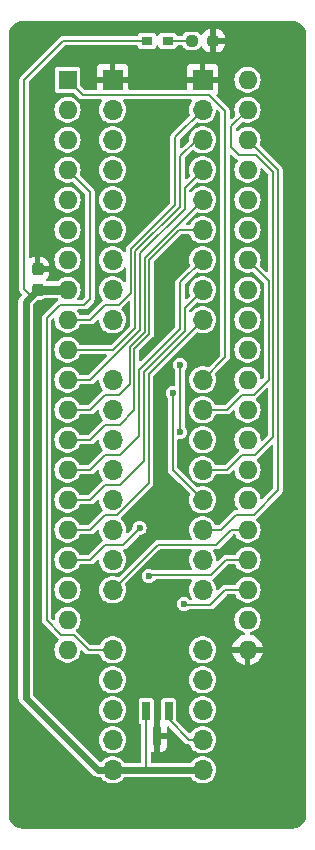
<source format=gbr>
G04 #@! TF.GenerationSoftware,KiCad,Pcbnew,8.0.4+dfsg-1*
G04 #@! TF.CreationDate,2025-03-02T12:09:04+09:00*
G04 #@! TF.ProjectId,bionic-mos6502,62696f6e-6963-42d6-9d6f-73363530322e,10*
G04 #@! TF.SameCoordinates,Original*
G04 #@! TF.FileFunction,Copper,L1,Top*
G04 #@! TF.FilePolarity,Positive*
%FSLAX46Y46*%
G04 Gerber Fmt 4.6, Leading zero omitted, Abs format (unit mm)*
G04 Created by KiCad (PCBNEW 8.0.4+dfsg-1) date 2025-03-02 12:09:04*
%MOMM*%
%LPD*%
G01*
G04 APERTURE LIST*
G04 Aperture macros list*
%AMRoundRect*
0 Rectangle with rounded corners*
0 $1 Rounding radius*
0 $2 $3 $4 $5 $6 $7 $8 $9 X,Y pos of 4 corners*
0 Add a 4 corners polygon primitive as box body*
4,1,4,$2,$3,$4,$5,$6,$7,$8,$9,$2,$3,0*
0 Add four circle primitives for the rounded corners*
1,1,$1+$1,$2,$3*
1,1,$1+$1,$4,$5*
1,1,$1+$1,$6,$7*
1,1,$1+$1,$8,$9*
0 Add four rect primitives between the rounded corners*
20,1,$1+$1,$2,$3,$4,$5,0*
20,1,$1+$1,$4,$5,$6,$7,0*
20,1,$1+$1,$6,$7,$8,$9,0*
20,1,$1+$1,$8,$9,$2,$3,0*%
G04 Aperture macros list end*
G04 #@! TA.AperFunction,ComponentPad*
%ADD10O,1.700000X1.700000*%
G04 #@! TD*
G04 #@! TA.AperFunction,ComponentPad*
%ADD11R,1.700000X1.700000*%
G04 #@! TD*
G04 #@! TA.AperFunction,SMDPad,CuDef*
%ADD12R,0.660400X1.625600*%
G04 #@! TD*
G04 #@! TA.AperFunction,SMDPad,CuDef*
%ADD13RoundRect,0.237500X-0.250000X-0.237500X0.250000X-0.237500X0.250000X0.237500X-0.250000X0.237500X0*%
G04 #@! TD*
G04 #@! TA.AperFunction,SMDPad,CuDef*
%ADD14R,0.965200X0.762000*%
G04 #@! TD*
G04 #@! TA.AperFunction,ComponentPad*
%ADD15R,1.600000X1.600000*%
G04 #@! TD*
G04 #@! TA.AperFunction,ComponentPad*
%ADD16O,1.600000X1.600000*%
G04 #@! TD*
G04 #@! TA.AperFunction,SMDPad,CuDef*
%ADD17RoundRect,0.237500X0.237500X-0.300000X0.237500X0.300000X-0.237500X0.300000X-0.237500X-0.300000X0*%
G04 #@! TD*
G04 #@! TA.AperFunction,ViaPad*
%ADD18C,0.600000*%
G04 #@! TD*
G04 #@! TA.AperFunction,Conductor*
%ADD19C,0.200000*%
G04 #@! TD*
G04 #@! TA.AperFunction,Conductor*
%ADD20C,0.600000*%
G04 #@! TD*
G04 #@! TA.AperFunction,Conductor*
%ADD21C,0.800000*%
G04 #@! TD*
G04 #@! TA.AperFunction,Conductor*
%ADD22C,1.000000*%
G04 #@! TD*
G04 APERTURE END LIST*
D10*
X117510000Y-133500000D03*
X117510000Y-130960000D03*
X117510000Y-128420000D03*
X117510000Y-125880000D03*
X117510000Y-123340000D03*
X117510000Y-118260000D03*
X117510000Y-115720000D03*
X117510000Y-113180000D03*
X117510000Y-110640000D03*
X117510000Y-108100000D03*
X117510000Y-105560000D03*
X117510000Y-103020000D03*
X117510000Y-100480000D03*
X117510000Y-95400000D03*
X117510000Y-92860000D03*
X117510000Y-90320000D03*
X117510000Y-87780000D03*
X117510000Y-85240000D03*
X117510000Y-82700000D03*
X117510000Y-80160000D03*
X117510000Y-77620000D03*
D11*
X117510000Y-75080000D03*
X109890000Y-75080000D03*
D10*
X109890000Y-77620000D03*
X109890000Y-80160000D03*
X109890000Y-82700000D03*
X109890000Y-85240000D03*
X109890000Y-87780000D03*
X109890000Y-90320000D03*
X109890000Y-92860000D03*
X109890000Y-95400000D03*
X109890000Y-100480000D03*
X109890000Y-103020000D03*
X109890000Y-105560000D03*
X109890000Y-108100000D03*
X109890000Y-110640000D03*
X109890000Y-113180000D03*
X109890000Y-115720000D03*
X109890000Y-118260000D03*
X109890000Y-123340000D03*
X109890000Y-125880000D03*
X109890000Y-128420000D03*
X109890000Y-130960000D03*
X109890000Y-133500000D03*
D12*
X114634802Y-128521600D03*
X112734800Y-128521600D03*
X113684801Y-130653600D03*
D13*
X116597500Y-71778000D03*
X118422500Y-71778000D03*
D14*
X114563600Y-71778000D03*
X112811000Y-71778000D03*
D15*
X106080000Y-75080000D03*
D16*
X106080000Y-77620000D03*
X106080000Y-80160000D03*
X106080000Y-82700000D03*
X106080000Y-85240000D03*
X106080000Y-87780000D03*
X106080000Y-90320000D03*
X106080000Y-92860000D03*
X106080000Y-95400000D03*
X106080000Y-97940000D03*
X106080000Y-100480000D03*
X106080000Y-103020000D03*
X106080000Y-105560000D03*
X106080000Y-108100000D03*
X106080000Y-110640000D03*
X106080000Y-113180000D03*
X106080000Y-115720000D03*
X106080000Y-118260000D03*
X106080000Y-120800000D03*
X106080000Y-123340000D03*
X121320000Y-123340000D03*
X121320000Y-120800000D03*
X121320000Y-118260000D03*
X121320000Y-115720000D03*
X121320000Y-113180000D03*
X121320000Y-110640000D03*
X121320000Y-108100000D03*
X121320000Y-105560000D03*
X121320000Y-103020000D03*
X121320000Y-100480000D03*
X121320000Y-97940000D03*
X121320000Y-95400000D03*
X121320000Y-92860000D03*
X121320000Y-90320000D03*
X121320000Y-87780000D03*
X121320000Y-85240000D03*
X121320000Y-82700000D03*
X121320000Y-80160000D03*
X121320000Y-77620000D03*
X121320000Y-75080000D03*
D17*
X103540000Y-92857800D03*
X103540000Y-91132800D03*
D18*
X104683000Y-89177000D03*
X113827000Y-96797000D03*
X113700000Y-104290000D03*
X103540000Y-133500000D03*
X122717000Y-119403000D03*
X104937000Y-109370000D03*
X105876800Y-128623200D03*
X122463000Y-129690000D03*
X103540000Y-77620000D03*
X110906000Y-88923000D03*
X114335000Y-92479000D03*
X103667000Y-84224000D03*
X107858000Y-78890000D03*
X113649200Y-78483600D03*
X113700000Y-123721000D03*
X113700000Y-111910000D03*
X113700000Y-132357000D03*
X113700000Y-85240000D03*
X115605000Y-99210000D03*
X115605000Y-104925000D03*
X115942735Y-119446265D03*
X112958235Y-117096765D03*
X114993485Y-101606015D03*
X112176000Y-113053000D03*
D19*
X115942735Y-119446265D02*
X116026470Y-119530000D01*
X116026470Y-119530000D02*
X118145000Y-119530000D01*
X119415000Y-118260000D02*
X121320000Y-118260000D01*
X118145000Y-119530000D02*
X119415000Y-118260000D01*
X118208500Y-116990000D02*
X119478500Y-115720000D01*
X112958235Y-117096765D02*
X113065000Y-116990000D01*
X113065000Y-116990000D02*
X118208500Y-116990000D01*
X119478500Y-115720000D02*
X121320000Y-115720000D01*
X121320000Y-113180000D02*
X119923000Y-113180000D01*
X118653000Y-114450000D02*
X113700000Y-114450000D01*
X119923000Y-113180000D02*
X118653000Y-114450000D01*
X113700000Y-114450000D02*
X109890000Y-118260000D01*
X117510000Y-87780000D02*
X115535686Y-87780000D01*
X110525000Y-104290000D02*
X109255000Y-104290000D01*
X115535686Y-87780000D02*
X113014000Y-90301686D01*
X113014000Y-90301686D02*
X113014000Y-96582372D01*
X111738000Y-103077000D02*
X110525000Y-104290000D01*
X113014000Y-96582372D02*
X111738000Y-97858372D01*
X111738000Y-97858372D02*
X111738000Y-103077000D01*
X109255000Y-104290000D02*
X107985000Y-105560000D01*
X107985000Y-105560000D02*
X106080000Y-105560000D01*
X117510000Y-85240000D02*
X112614000Y-90136000D01*
X112614000Y-90136000D02*
X112614000Y-96416686D01*
X112614000Y-96416686D02*
X111331543Y-97699143D01*
X107985000Y-103020000D02*
X106080000Y-103020000D01*
X111331543Y-97699143D02*
X111331543Y-100816457D01*
X110398000Y-101750000D02*
X109255000Y-101750000D01*
X111331543Y-100816457D02*
X110398000Y-101750000D01*
X109255000Y-101750000D02*
X107985000Y-103020000D01*
X117510000Y-80160000D02*
X117002000Y-80160000D01*
X117002000Y-80160000D02*
X115586000Y-81576000D01*
X111814000Y-89608314D02*
X111814000Y-96085314D01*
X115586000Y-81576000D02*
X115586000Y-85836314D01*
X111814000Y-96085314D02*
X109959314Y-97940000D01*
X115586000Y-85836314D02*
X111814000Y-89608314D01*
X109959314Y-97940000D02*
X106080000Y-97940000D01*
X117510000Y-82700000D02*
X115986000Y-84224000D01*
X115986000Y-84224000D02*
X115986000Y-86002000D01*
X115986000Y-86002000D02*
X112214000Y-89774000D01*
X112214000Y-89774000D02*
X112214000Y-96251000D01*
X112214000Y-96251000D02*
X107985000Y-100480000D01*
X107985000Y-100480000D02*
X106080000Y-100480000D01*
D20*
X109890000Y-133500000D02*
X108620000Y-133500000D01*
X108620000Y-133500000D02*
X102524000Y-127404000D01*
X102524000Y-127404000D02*
X102524000Y-93873800D01*
X102524000Y-93873800D02*
X102981200Y-93416600D01*
X112811000Y-133500000D02*
X109890000Y-133500000D01*
D19*
X112734800Y-133423800D02*
X112811000Y-133500000D01*
X112913000Y-71778000D02*
X105699000Y-71778000D01*
D21*
X103542200Y-92860000D02*
X106080000Y-92860000D01*
D19*
X112734800Y-128521600D02*
X112734800Y-133423800D01*
D20*
X117510000Y-133500000D02*
X112811000Y-133500000D01*
D22*
X103540000Y-92857800D02*
X103542200Y-92860000D01*
D20*
X102981200Y-93416600D02*
X103540000Y-92857800D01*
D19*
X103439500Y-92860000D02*
X103286000Y-92706500D01*
X105699000Y-71778000D02*
X102397000Y-75080000D01*
X102397000Y-92832400D02*
X102981200Y-93416600D01*
X102397000Y-75080000D02*
X102397000Y-92832400D01*
X115986000Y-94384000D02*
X115986000Y-96358314D01*
X112538000Y-107357000D02*
X110525000Y-109370000D01*
X112538000Y-99806314D02*
X112538000Y-107357000D01*
X107985000Y-110640000D02*
X106080000Y-110640000D01*
X109255000Y-109370000D02*
X107985000Y-110640000D01*
X110525000Y-109370000D02*
X109255000Y-109370000D01*
X117510000Y-92860000D02*
X115986000Y-94384000D01*
X115986000Y-96358314D02*
X112538000Y-99806314D01*
X106080000Y-113180000D02*
X107985000Y-113180000D01*
X110246346Y-111910000D02*
X112938000Y-109218346D01*
X109255000Y-111910000D02*
X110246346Y-111910000D01*
X112938000Y-109218346D02*
X112938000Y-99972000D01*
X112938000Y-99972000D02*
X117510000Y-95400000D01*
X107985000Y-113180000D02*
X109255000Y-111910000D01*
X115605000Y-104925000D02*
X115605000Y-99210000D01*
X112138000Y-99640629D02*
X112138000Y-105217000D01*
X117510000Y-90320000D02*
X115586000Y-92244000D01*
X110525000Y-106830000D02*
X109255000Y-106830000D01*
X112138000Y-105217000D02*
X110525000Y-106830000D01*
X115586000Y-92244000D02*
X115586000Y-96192628D01*
X109255000Y-106830000D02*
X107985000Y-108100000D01*
X115586000Y-96192628D02*
X112138000Y-99640629D01*
X107985000Y-108100000D02*
X106080000Y-108100000D01*
X111414000Y-89442628D02*
X111414000Y-93114000D01*
X111414000Y-93114000D02*
X110398000Y-94130000D01*
X109255000Y-94130000D02*
X107985000Y-95400000D01*
X110398000Y-94130000D02*
X109255000Y-94130000D01*
X115186000Y-79944000D02*
X115186000Y-85670628D01*
X107985000Y-95400000D02*
X106080000Y-95400000D01*
X117510000Y-77620000D02*
X115186000Y-79944000D01*
X115186000Y-85670628D02*
X111414000Y-89442628D01*
X107350000Y-76350000D02*
X118068800Y-76350000D01*
X118068800Y-76350000D02*
X119415000Y-77696200D01*
X106080000Y-75080000D02*
X107350000Y-76350000D01*
X119415000Y-98575000D02*
X117510000Y-100480000D01*
X119415000Y-77696200D02*
X119415000Y-98575000D01*
X119542000Y-103020000D02*
X117510000Y-103020000D01*
X121828000Y-101750000D02*
X120812000Y-101750000D01*
X120812000Y-101750000D02*
X119542000Y-103020000D01*
X123098000Y-92098000D02*
X123098000Y-100480000D01*
X123098000Y-100480000D02*
X121828000Y-101750000D01*
X121320000Y-90320000D02*
X123098000Y-92098000D01*
X114993485Y-101606015D02*
X114970000Y-101629500D01*
X114970000Y-101629500D02*
X114970000Y-108100000D01*
X114970000Y-108100000D02*
X117510000Y-110640000D01*
X120304000Y-111910000D02*
X121828000Y-111910000D01*
X121828000Y-111910000D02*
X123898000Y-109840000D01*
X117510000Y-113180000D02*
X119034000Y-113180000D01*
X119034000Y-113180000D02*
X120304000Y-111910000D01*
X123898000Y-109840000D02*
X123898000Y-82738000D01*
X123898000Y-82738000D02*
X121320000Y-80160000D01*
X107985000Y-84605000D02*
X107985000Y-93622000D01*
X104302000Y-120850800D02*
X105521200Y-122070000D01*
X104302000Y-95247600D02*
X104302000Y-120850800D01*
X105521200Y-122070000D02*
X106588000Y-122070000D01*
X106588000Y-122070000D02*
X107858000Y-123340000D01*
X106080000Y-82700000D02*
X107985000Y-84605000D01*
X105419600Y-94130000D02*
X104302000Y-95247600D01*
X107477000Y-94130000D02*
X105419600Y-94130000D01*
X107985000Y-93622000D02*
X107477000Y-94130000D01*
X107858000Y-123340000D02*
X109890000Y-123340000D01*
X123498000Y-82903686D02*
X122024314Y-81430000D01*
X120812000Y-106830000D02*
X121955000Y-106830000D01*
X117510000Y-108100000D02*
X119542000Y-108100000D01*
X122024314Y-81430000D02*
X120558000Y-81430000D01*
X119542000Y-108100000D02*
X120812000Y-106830000D01*
X121955000Y-106830000D02*
X123498000Y-105287000D01*
X119923000Y-80795000D02*
X119923000Y-79017000D01*
X119923000Y-79017000D02*
X121320000Y-77620000D01*
X120558000Y-81430000D02*
X119923000Y-80795000D01*
X123498000Y-105287000D02*
X123498000Y-82903686D01*
X107985000Y-115720000D02*
X106080000Y-115720000D01*
X109255000Y-114450000D02*
X107985000Y-115720000D01*
X110779000Y-114450000D02*
X109255000Y-114450000D01*
X112176000Y-113053000D02*
X110779000Y-114450000D01*
X114634802Y-128521600D02*
X114634802Y-129227802D01*
X114634802Y-129227802D02*
X116367000Y-130960000D01*
X116367000Y-130960000D02*
X117510000Y-130960000D01*
X114563600Y-71778000D02*
X116597500Y-71778000D01*
G04 #@! TA.AperFunction,Conductor*
G36*
X125134309Y-70100877D02*
G01*
X125324457Y-70117512D01*
X125341437Y-70120505D01*
X125521635Y-70168789D01*
X125537839Y-70174687D01*
X125706902Y-70253523D01*
X125721842Y-70262149D01*
X125874641Y-70369140D01*
X125887861Y-70380232D01*
X126019767Y-70512138D01*
X126030859Y-70525358D01*
X126137850Y-70678157D01*
X126146477Y-70693100D01*
X126202537Y-70813320D01*
X126225308Y-70862151D01*
X126231211Y-70878368D01*
X126279492Y-71058555D01*
X126282488Y-71075550D01*
X126299123Y-71265690D01*
X126299500Y-71274318D01*
X126299500Y-137305681D01*
X126299123Y-137314309D01*
X126282488Y-137504449D01*
X126279492Y-137521444D01*
X126231211Y-137701631D01*
X126225308Y-137717848D01*
X126146478Y-137886898D01*
X126137850Y-137901842D01*
X126030859Y-138054641D01*
X126019767Y-138067861D01*
X125887861Y-138199767D01*
X125874641Y-138210859D01*
X125721842Y-138317850D01*
X125706898Y-138326478D01*
X125537848Y-138405308D01*
X125521631Y-138411211D01*
X125341444Y-138459492D01*
X125324449Y-138462488D01*
X125134309Y-138479123D01*
X125125681Y-138479500D01*
X102274319Y-138479500D01*
X102265691Y-138479123D01*
X102075550Y-138462488D01*
X102058555Y-138459492D01*
X101878368Y-138411211D01*
X101862154Y-138405309D01*
X101693100Y-138326477D01*
X101678157Y-138317850D01*
X101525358Y-138210859D01*
X101512138Y-138199767D01*
X101380232Y-138067861D01*
X101369140Y-138054641D01*
X101262149Y-137901842D01*
X101253523Y-137886902D01*
X101174687Y-137717839D01*
X101168788Y-137701631D01*
X101149843Y-137630926D01*
X101120505Y-137521437D01*
X101117512Y-137504457D01*
X101100877Y-137314309D01*
X101100500Y-137305681D01*
X101100500Y-93794743D01*
X101923499Y-93794743D01*
X101923499Y-93794745D01*
X101923499Y-93960831D01*
X101923500Y-93960844D01*
X101923500Y-127318863D01*
X101923499Y-127318881D01*
X101923499Y-127324943D01*
X101923499Y-127483057D01*
X101937695Y-127536035D01*
X101964424Y-127635789D01*
X101972780Y-127650260D01*
X101972781Y-127650263D01*
X102043478Y-127772713D01*
X102043480Y-127772716D01*
X102155284Y-127884520D01*
X102155286Y-127884521D01*
X108139478Y-133868713D01*
X108139480Y-133868716D01*
X108251284Y-133980520D01*
X108251286Y-133980521D01*
X108251289Y-133980524D01*
X108251288Y-133980524D01*
X108338091Y-134030637D01*
X108338093Y-134030639D01*
X108338094Y-134030639D01*
X108367032Y-134047346D01*
X108388215Y-134059577D01*
X108540943Y-134100501D01*
X108540944Y-134100501D01*
X108705120Y-134100501D01*
X108705136Y-134100500D01*
X108852482Y-134100500D01*
X108910673Y-134119407D01*
X108931483Y-134139836D01*
X109036128Y-134278407D01*
X109036135Y-134278413D01*
X109193692Y-134422047D01*
X109193699Y-134422053D01*
X109297389Y-134486255D01*
X109374981Y-134534298D01*
X109573802Y-134611321D01*
X109783390Y-134650500D01*
X109996610Y-134650500D01*
X110206198Y-134611321D01*
X110405019Y-134534298D01*
X110586302Y-134422052D01*
X110743872Y-134278407D01*
X110848515Y-134139838D01*
X110898671Y-134104796D01*
X110927518Y-134100500D01*
X112731943Y-134100500D01*
X116472482Y-134100500D01*
X116530673Y-134119407D01*
X116551483Y-134139836D01*
X116656128Y-134278407D01*
X116656135Y-134278413D01*
X116813692Y-134422047D01*
X116813699Y-134422053D01*
X116917389Y-134486255D01*
X116994981Y-134534298D01*
X117193802Y-134611321D01*
X117403390Y-134650500D01*
X117616610Y-134650500D01*
X117826198Y-134611321D01*
X118025019Y-134534298D01*
X118206302Y-134422052D01*
X118363872Y-134278407D01*
X118492366Y-134108255D01*
X118587405Y-133917389D01*
X118645756Y-133712310D01*
X118665429Y-133500000D01*
X118645756Y-133287690D01*
X118587405Y-133082611D01*
X118492366Y-132891745D01*
X118363872Y-132721593D01*
X118309623Y-132672139D01*
X118206307Y-132577952D01*
X118206300Y-132577946D01*
X118025024Y-132465705D01*
X118025019Y-132465702D01*
X117826195Y-132388678D01*
X117616610Y-132349500D01*
X117403390Y-132349500D01*
X117193804Y-132388678D01*
X116994980Y-132465702D01*
X116994975Y-132465705D01*
X116813699Y-132577946D01*
X116813692Y-132577952D01*
X116656135Y-132721586D01*
X116656131Y-132721589D01*
X116656128Y-132721593D01*
X116551484Y-132860161D01*
X116501329Y-132895204D01*
X116472482Y-132899500D01*
X113234300Y-132899500D01*
X113176109Y-132880593D01*
X113140145Y-132831093D01*
X113135300Y-132800500D01*
X113135300Y-132058179D01*
X113154207Y-131999988D01*
X113203707Y-131964024D01*
X113244882Y-131959746D01*
X113306777Y-131966400D01*
X113434800Y-131966400D01*
X113434801Y-131966399D01*
X113434801Y-130903601D01*
X113934801Y-130903601D01*
X113934801Y-131966399D01*
X113934802Y-131966400D01*
X114062825Y-131966400D01*
X114122371Y-131959998D01*
X114122382Y-131959996D01*
X114257089Y-131909753D01*
X114257091Y-131909752D01*
X114372185Y-131823592D01*
X114372193Y-131823584D01*
X114458353Y-131708490D01*
X114458354Y-131708488D01*
X114508597Y-131573781D01*
X114508599Y-131573770D01*
X114515001Y-131514224D01*
X114515001Y-130903601D01*
X114515000Y-130903600D01*
X113934802Y-130903600D01*
X113934801Y-130903601D01*
X113434801Y-130903601D01*
X113434801Y-129340801D01*
X113934801Y-129340801D01*
X113934801Y-130403599D01*
X113934802Y-130403600D01*
X114515000Y-130403600D01*
X114515001Y-130403599D01*
X114515001Y-129913401D01*
X114533908Y-129855210D01*
X114583408Y-129819246D01*
X114644594Y-129819246D01*
X114684002Y-129843395D01*
X116121087Y-131280480D01*
X116121089Y-131280481D01*
X116121091Y-131280483D01*
X116212408Y-131333205D01*
X116212406Y-131333205D01*
X116212410Y-131333206D01*
X116212412Y-131333207D01*
X116314273Y-131360500D01*
X116362887Y-131360500D01*
X116421078Y-131379407D01*
X116451508Y-131415372D01*
X116527634Y-131568255D01*
X116656128Y-131738407D01*
X116656135Y-131738413D01*
X116813692Y-131882047D01*
X116813699Y-131882053D01*
X116917389Y-131946255D01*
X116994981Y-131994298D01*
X117193802Y-132071321D01*
X117403390Y-132110500D01*
X117616610Y-132110500D01*
X117826198Y-132071321D01*
X118025019Y-131994298D01*
X118206302Y-131882052D01*
X118363872Y-131738407D01*
X118492366Y-131568255D01*
X118587405Y-131377389D01*
X118645756Y-131172310D01*
X118665429Y-130960000D01*
X118645756Y-130747690D01*
X118587405Y-130542611D01*
X118492366Y-130351745D01*
X118363872Y-130181593D01*
X118309623Y-130132139D01*
X118206307Y-130037952D01*
X118206300Y-130037946D01*
X118025024Y-129925705D01*
X118025019Y-129925702D01*
X117993266Y-129913401D01*
X117826198Y-129848679D01*
X117826197Y-129848678D01*
X117826195Y-129848678D01*
X117616610Y-129809500D01*
X117403390Y-129809500D01*
X117193804Y-129848678D01*
X116994980Y-129925702D01*
X116994975Y-129925705D01*
X116813699Y-130037946D01*
X116813692Y-130037952D01*
X116656135Y-130181586D01*
X116656119Y-130181603D01*
X116527641Y-130351733D01*
X116527634Y-130351745D01*
X116521652Y-130363759D01*
X116478788Y-130407421D01*
X116418447Y-130417550D01*
X116363677Y-130390277D01*
X116363027Y-130389634D01*
X115294497Y-129321104D01*
X115266720Y-129266587D01*
X115265501Y-129251100D01*
X115265501Y-128420000D01*
X116354571Y-128420000D01*
X116374244Y-128632310D01*
X116432595Y-128837389D01*
X116527634Y-129028255D01*
X116656128Y-129198407D01*
X116656135Y-129198413D01*
X116813692Y-129342047D01*
X116813699Y-129342053D01*
X116873797Y-129379264D01*
X116994981Y-129454298D01*
X117193802Y-129531321D01*
X117403390Y-129570500D01*
X117616610Y-129570500D01*
X117826198Y-129531321D01*
X118025019Y-129454298D01*
X118206302Y-129342052D01*
X118363872Y-129198407D01*
X118492366Y-129028255D01*
X118587405Y-128837389D01*
X118645756Y-128632310D01*
X118665429Y-128420000D01*
X118645756Y-128207690D01*
X118587405Y-128002611D01*
X118492366Y-127811745D01*
X118363872Y-127641593D01*
X118309623Y-127592139D01*
X118206307Y-127497952D01*
X118206300Y-127497946D01*
X118025024Y-127385705D01*
X118025019Y-127385702D01*
X117826198Y-127308679D01*
X117826197Y-127308678D01*
X117826195Y-127308678D01*
X117616610Y-127269500D01*
X117403390Y-127269500D01*
X117193804Y-127308678D01*
X116994980Y-127385702D01*
X116994975Y-127385705D01*
X116813699Y-127497946D01*
X116813692Y-127497952D01*
X116656135Y-127641586D01*
X116656131Y-127641589D01*
X116656128Y-127641593D01*
X116656125Y-127641597D01*
X116527635Y-127811743D01*
X116527630Y-127811752D01*
X116432596Y-128002608D01*
X116374244Y-128207688D01*
X116374244Y-128207690D01*
X116354571Y-128420000D01*
X115265501Y-128420000D01*
X115265501Y-127663939D01*
X115265501Y-127663936D01*
X115262587Y-127638809D01*
X115217208Y-127536035D01*
X115137767Y-127456594D01*
X115034993Y-127411215D01*
X115034992Y-127411214D01*
X115034990Y-127411214D01*
X115009870Y-127408300D01*
X114259741Y-127408300D01*
X114259738Y-127408301D01*
X114234611Y-127411214D01*
X114131837Y-127456594D01*
X114052396Y-127536035D01*
X114007016Y-127638811D01*
X114004102Y-127663930D01*
X114004102Y-127663932D01*
X114004103Y-129241800D01*
X113985196Y-129299991D01*
X113950144Y-129325457D01*
X113934801Y-129340801D01*
X113434801Y-129340801D01*
X113420505Y-129326505D01*
X113406309Y-129321893D01*
X113370345Y-129272393D01*
X113365500Y-129241800D01*
X113365499Y-127663939D01*
X113365499Y-127663936D01*
X113362585Y-127638809D01*
X113317206Y-127536035D01*
X113237765Y-127456594D01*
X113134991Y-127411215D01*
X113134990Y-127411214D01*
X113134988Y-127411214D01*
X113109868Y-127408300D01*
X112359739Y-127408300D01*
X112359736Y-127408301D01*
X112334609Y-127411214D01*
X112231835Y-127456594D01*
X112152394Y-127536035D01*
X112107014Y-127638811D01*
X112104100Y-127663930D01*
X112104100Y-129379260D01*
X112104101Y-129379263D01*
X112107014Y-129404390D01*
X112129049Y-129454294D01*
X112152394Y-129507165D01*
X112231835Y-129586606D01*
X112275288Y-129605792D01*
X112320883Y-129646591D01*
X112334300Y-129696356D01*
X112334300Y-132800500D01*
X112315393Y-132858691D01*
X112265893Y-132894655D01*
X112235300Y-132899500D01*
X110927518Y-132899500D01*
X110869327Y-132880593D01*
X110848516Y-132860163D01*
X110743872Y-132721593D01*
X110689623Y-132672139D01*
X110586307Y-132577952D01*
X110586300Y-132577946D01*
X110405024Y-132465705D01*
X110405019Y-132465702D01*
X110206195Y-132388678D01*
X109996610Y-132349500D01*
X109783390Y-132349500D01*
X109573804Y-132388678D01*
X109374980Y-132465702D01*
X109374975Y-132465705D01*
X109193699Y-132577946D01*
X109193692Y-132577952D01*
X109036135Y-132721586D01*
X109036131Y-132721589D01*
X109036128Y-132721593D01*
X109036125Y-132721596D01*
X109036123Y-132721599D01*
X108956121Y-132827537D01*
X108905965Y-132862579D01*
X108844790Y-132861448D01*
X108807114Y-132837879D01*
X106929235Y-130960000D01*
X108734571Y-130960000D01*
X108754244Y-131172310D01*
X108812595Y-131377389D01*
X108907634Y-131568255D01*
X109036128Y-131738407D01*
X109036135Y-131738413D01*
X109193692Y-131882047D01*
X109193699Y-131882053D01*
X109297389Y-131946255D01*
X109374981Y-131994298D01*
X109573802Y-132071321D01*
X109783390Y-132110500D01*
X109996610Y-132110500D01*
X110206198Y-132071321D01*
X110405019Y-131994298D01*
X110586302Y-131882052D01*
X110743872Y-131738407D01*
X110872366Y-131568255D01*
X110967405Y-131377389D01*
X111025756Y-131172310D01*
X111045429Y-130960000D01*
X111025756Y-130747690D01*
X110967405Y-130542611D01*
X110872366Y-130351745D01*
X110743872Y-130181593D01*
X110689623Y-130132139D01*
X110586307Y-130037952D01*
X110586300Y-130037946D01*
X110405024Y-129925705D01*
X110405019Y-129925702D01*
X110373266Y-129913401D01*
X110206198Y-129848679D01*
X110206197Y-129848678D01*
X110206195Y-129848678D01*
X109996610Y-129809500D01*
X109783390Y-129809500D01*
X109573804Y-129848678D01*
X109374980Y-129925702D01*
X109374975Y-129925705D01*
X109193699Y-130037946D01*
X109193692Y-130037952D01*
X109036135Y-130181586D01*
X109036131Y-130181589D01*
X109036128Y-130181593D01*
X109036125Y-130181597D01*
X108907635Y-130351743D01*
X108907630Y-130351752D01*
X108812596Y-130542608D01*
X108754244Y-130747688D01*
X108754244Y-130747690D01*
X108734571Y-130960000D01*
X106929235Y-130960000D01*
X104389235Y-128420000D01*
X108734571Y-128420000D01*
X108754244Y-128632310D01*
X108812595Y-128837389D01*
X108907634Y-129028255D01*
X109036128Y-129198407D01*
X109036135Y-129198413D01*
X109193692Y-129342047D01*
X109193699Y-129342053D01*
X109253797Y-129379264D01*
X109374981Y-129454298D01*
X109573802Y-129531321D01*
X109783390Y-129570500D01*
X109996610Y-129570500D01*
X110206198Y-129531321D01*
X110405019Y-129454298D01*
X110586302Y-129342052D01*
X110743872Y-129198407D01*
X110872366Y-129028255D01*
X110967405Y-128837389D01*
X111025756Y-128632310D01*
X111045429Y-128420000D01*
X111025756Y-128207690D01*
X110967405Y-128002611D01*
X110872366Y-127811745D01*
X110743872Y-127641593D01*
X110689623Y-127592139D01*
X110586307Y-127497952D01*
X110586300Y-127497946D01*
X110405024Y-127385705D01*
X110405019Y-127385702D01*
X110206198Y-127308679D01*
X110206197Y-127308678D01*
X110206195Y-127308678D01*
X109996610Y-127269500D01*
X109783390Y-127269500D01*
X109573804Y-127308678D01*
X109374980Y-127385702D01*
X109374975Y-127385705D01*
X109193699Y-127497946D01*
X109193692Y-127497952D01*
X109036135Y-127641586D01*
X109036131Y-127641589D01*
X109036128Y-127641593D01*
X109036125Y-127641597D01*
X108907635Y-127811743D01*
X108907630Y-127811752D01*
X108812596Y-128002608D01*
X108754244Y-128207688D01*
X108754244Y-128207690D01*
X108734571Y-128420000D01*
X104389235Y-128420000D01*
X103153496Y-127184261D01*
X103125719Y-127129744D01*
X103124500Y-127114257D01*
X103124500Y-125880000D01*
X108734571Y-125880000D01*
X108754244Y-126092310D01*
X108812595Y-126297389D01*
X108907634Y-126488255D01*
X109036128Y-126658407D01*
X109036135Y-126658413D01*
X109193692Y-126802047D01*
X109193699Y-126802053D01*
X109297389Y-126866255D01*
X109374981Y-126914298D01*
X109573802Y-126991321D01*
X109783390Y-127030500D01*
X109996610Y-127030500D01*
X110206198Y-126991321D01*
X110405019Y-126914298D01*
X110586302Y-126802052D01*
X110743872Y-126658407D01*
X110872366Y-126488255D01*
X110967405Y-126297389D01*
X111025756Y-126092310D01*
X111045429Y-125880000D01*
X116354571Y-125880000D01*
X116374244Y-126092310D01*
X116432595Y-126297389D01*
X116527634Y-126488255D01*
X116656128Y-126658407D01*
X116656135Y-126658413D01*
X116813692Y-126802047D01*
X116813699Y-126802053D01*
X116917389Y-126866255D01*
X116994981Y-126914298D01*
X117193802Y-126991321D01*
X117403390Y-127030500D01*
X117616610Y-127030500D01*
X117826198Y-126991321D01*
X118025019Y-126914298D01*
X118206302Y-126802052D01*
X118363872Y-126658407D01*
X118492366Y-126488255D01*
X118587405Y-126297389D01*
X118645756Y-126092310D01*
X118665429Y-125880000D01*
X118645756Y-125667690D01*
X118587405Y-125462611D01*
X118492366Y-125271745D01*
X118363872Y-125101593D01*
X118309623Y-125052139D01*
X118206307Y-124957952D01*
X118206300Y-124957946D01*
X118025024Y-124845705D01*
X118025019Y-124845702D01*
X117826195Y-124768678D01*
X117616610Y-124729500D01*
X117403390Y-124729500D01*
X117193804Y-124768678D01*
X116994980Y-124845702D01*
X116994975Y-124845705D01*
X116813699Y-124957946D01*
X116813692Y-124957952D01*
X116656135Y-125101586D01*
X116656131Y-125101589D01*
X116656128Y-125101593D01*
X116656125Y-125101597D01*
X116527635Y-125271743D01*
X116527630Y-125271752D01*
X116432596Y-125462608D01*
X116374244Y-125667688D01*
X116374244Y-125667690D01*
X116354571Y-125880000D01*
X111045429Y-125880000D01*
X111025756Y-125667690D01*
X110967405Y-125462611D01*
X110872366Y-125271745D01*
X110743872Y-125101593D01*
X110689623Y-125052139D01*
X110586307Y-124957952D01*
X110586300Y-124957946D01*
X110405024Y-124845705D01*
X110405019Y-124845702D01*
X110206195Y-124768678D01*
X109996610Y-124729500D01*
X109783390Y-124729500D01*
X109573804Y-124768678D01*
X109374980Y-124845702D01*
X109374975Y-124845705D01*
X109193699Y-124957946D01*
X109193692Y-124957952D01*
X109036135Y-125101586D01*
X109036131Y-125101589D01*
X109036128Y-125101593D01*
X109036125Y-125101597D01*
X108907635Y-125271743D01*
X108907630Y-125271752D01*
X108812596Y-125462608D01*
X108754244Y-125667688D01*
X108754244Y-125667690D01*
X108734571Y-125880000D01*
X103124500Y-125880000D01*
X103124500Y-94163542D01*
X103143407Y-94105351D01*
X103153490Y-94093544D01*
X103461719Y-93785316D01*
X103461718Y-93785316D01*
X103522244Y-93724791D01*
X103576762Y-93697018D01*
X103592242Y-93695800D01*
X103819616Y-93695800D01*
X103819618Y-93695800D01*
X103906077Y-93685417D01*
X104043658Y-93631162D01*
X104110313Y-93580615D01*
X104168104Y-93560521D01*
X104170132Y-93560500D01*
X105180653Y-93560500D01*
X105238844Y-93579407D01*
X105259652Y-93599833D01*
X105263236Y-93604579D01*
X105266105Y-93607194D01*
X105296369Y-93660370D01*
X105289597Y-93721180D01*
X105248908Y-93766090D01*
X105173689Y-93809518D01*
X103981516Y-95001691D01*
X103928793Y-95093011D01*
X103928792Y-95093011D01*
X103928793Y-95093012D01*
X103928793Y-95093013D01*
X103901500Y-95194873D01*
X103901500Y-120798073D01*
X103901500Y-120903527D01*
X103925570Y-120993359D01*
X103928794Y-121005392D01*
X103981516Y-121096708D01*
X103981518Y-121096710D01*
X103981520Y-121096713D01*
X105275287Y-122390480D01*
X105288302Y-122397994D01*
X105329243Y-122443462D01*
X105335640Y-122504312D01*
X105305500Y-122556892D01*
X105263237Y-122595420D01*
X105140328Y-122758177D01*
X105140323Y-122758186D01*
X105058450Y-122922611D01*
X105049418Y-122940750D01*
X104993603Y-123136917D01*
X104974785Y-123340000D01*
X104993603Y-123543083D01*
X105049418Y-123739250D01*
X105140327Y-123921821D01*
X105263236Y-124084579D01*
X105413959Y-124221981D01*
X105587363Y-124329348D01*
X105777544Y-124403024D01*
X105978024Y-124440500D01*
X106181976Y-124440500D01*
X106382456Y-124403024D01*
X106572637Y-124329348D01*
X106746041Y-124221981D01*
X106896764Y-124084579D01*
X107019673Y-123921821D01*
X107110582Y-123739250D01*
X107166397Y-123543083D01*
X107174779Y-123452619D01*
X107198974Y-123396425D01*
X107251581Y-123365181D01*
X107312505Y-123370826D01*
X107343359Y-123391753D01*
X107612086Y-123660479D01*
X107612091Y-123660483D01*
X107703408Y-123713205D01*
X107703406Y-123713205D01*
X107703410Y-123713206D01*
X107703412Y-123713207D01*
X107805273Y-123740500D01*
X108742887Y-123740500D01*
X108801078Y-123759407D01*
X108831508Y-123795372D01*
X108907634Y-123948255D01*
X109036128Y-124118407D01*
X109036135Y-124118413D01*
X109193692Y-124262047D01*
X109193699Y-124262053D01*
X109297389Y-124326255D01*
X109374981Y-124374298D01*
X109573802Y-124451321D01*
X109783390Y-124490500D01*
X109996610Y-124490500D01*
X110206198Y-124451321D01*
X110405019Y-124374298D01*
X110586302Y-124262052D01*
X110743872Y-124118407D01*
X110872366Y-123948255D01*
X110967405Y-123757389D01*
X111025756Y-123552310D01*
X111045429Y-123340000D01*
X116354571Y-123340000D01*
X116359366Y-123391753D01*
X116374244Y-123552310D01*
X116432595Y-123757389D01*
X116527634Y-123948255D01*
X116656128Y-124118407D01*
X116656135Y-124118413D01*
X116813692Y-124262047D01*
X116813699Y-124262053D01*
X116917389Y-124326255D01*
X116994981Y-124374298D01*
X117193802Y-124451321D01*
X117403390Y-124490500D01*
X117616610Y-124490500D01*
X117826198Y-124451321D01*
X118025019Y-124374298D01*
X118206302Y-124262052D01*
X118363872Y-124118407D01*
X118492366Y-123948255D01*
X118587405Y-123757389D01*
X118645756Y-123552310D01*
X118665429Y-123340000D01*
X118645756Y-123127690D01*
X118635032Y-123090000D01*
X120041128Y-123090000D01*
X121004314Y-123090000D01*
X120999920Y-123094394D01*
X120947259Y-123185606D01*
X120920000Y-123287339D01*
X120920000Y-123392661D01*
X120947259Y-123494394D01*
X120999920Y-123585606D01*
X121004314Y-123590000D01*
X120041128Y-123590000D01*
X120093733Y-123786323D01*
X120189865Y-123992481D01*
X120320334Y-124178811D01*
X120481188Y-124339665D01*
X120667518Y-124470134D01*
X120873676Y-124566266D01*
X121070000Y-124618872D01*
X121070000Y-123655686D01*
X121074394Y-123660080D01*
X121165606Y-123712741D01*
X121267339Y-123740000D01*
X121372661Y-123740000D01*
X121474394Y-123712741D01*
X121565606Y-123660080D01*
X121570000Y-123655686D01*
X121570000Y-124618871D01*
X121766323Y-124566266D01*
X121972481Y-124470134D01*
X122158811Y-124339665D01*
X122319665Y-124178811D01*
X122450134Y-123992481D01*
X122546266Y-123786323D01*
X122598872Y-123590000D01*
X121635686Y-123590000D01*
X121640080Y-123585606D01*
X121692741Y-123494394D01*
X121720000Y-123392661D01*
X121720000Y-123287339D01*
X121692741Y-123185606D01*
X121640080Y-123094394D01*
X121635686Y-123090000D01*
X122598872Y-123090000D01*
X122546266Y-122893676D01*
X122450134Y-122687518D01*
X122319665Y-122501188D01*
X122158811Y-122340334D01*
X121972481Y-122209865D01*
X121766323Y-122113733D01*
X121577151Y-122063044D01*
X121525836Y-122029720D01*
X121503910Y-121972598D01*
X121519746Y-121913498D01*
X121567296Y-121874992D01*
X121584568Y-121870106D01*
X121622456Y-121863024D01*
X121812637Y-121789348D01*
X121986041Y-121681981D01*
X122136764Y-121544579D01*
X122259673Y-121381821D01*
X122350582Y-121199250D01*
X122406397Y-121003083D01*
X122425215Y-120800000D01*
X122406397Y-120596917D01*
X122350582Y-120400750D01*
X122259673Y-120218179D01*
X122136764Y-120055421D01*
X121986041Y-119918019D01*
X121812637Y-119810652D01*
X121622456Y-119736976D01*
X121622455Y-119736975D01*
X121622453Y-119736975D01*
X121421976Y-119699500D01*
X121218024Y-119699500D01*
X121017546Y-119736975D01*
X120947632Y-119764059D01*
X120827363Y-119810652D01*
X120677881Y-119903207D01*
X120653959Y-119918019D01*
X120503237Y-120055420D01*
X120380328Y-120218177D01*
X120380323Y-120218186D01*
X120289419Y-120400747D01*
X120289418Y-120400750D01*
X120233603Y-120596917D01*
X120214785Y-120800000D01*
X120233603Y-121003083D01*
X120289418Y-121199250D01*
X120380327Y-121381821D01*
X120503236Y-121544579D01*
X120653959Y-121681981D01*
X120827363Y-121789348D01*
X121017544Y-121863024D01*
X121055418Y-121870103D01*
X121109141Y-121899380D01*
X121135398Y-121954645D01*
X121124156Y-122014789D01*
X121079709Y-122056838D01*
X121062848Y-122063044D01*
X120873676Y-122113733D01*
X120667518Y-122209865D01*
X120481188Y-122340334D01*
X120320334Y-122501188D01*
X120189865Y-122687518D01*
X120093733Y-122893676D01*
X120041128Y-123090000D01*
X118635032Y-123090000D01*
X118587405Y-122922611D01*
X118492366Y-122731745D01*
X118363872Y-122561593D01*
X118297611Y-122501188D01*
X118206307Y-122417952D01*
X118206300Y-122417946D01*
X118025024Y-122305705D01*
X118025019Y-122305702D01*
X117826195Y-122228678D01*
X117616610Y-122189500D01*
X117403390Y-122189500D01*
X117193804Y-122228678D01*
X116994980Y-122305702D01*
X116994975Y-122305705D01*
X116813699Y-122417946D01*
X116813692Y-122417952D01*
X116656135Y-122561586D01*
X116656131Y-122561589D01*
X116656128Y-122561593D01*
X116656125Y-122561597D01*
X116527635Y-122731743D01*
X116527630Y-122731752D01*
X116432596Y-122922608D01*
X116374244Y-123127688D01*
X116354571Y-123340000D01*
X111045429Y-123340000D01*
X111025756Y-123127690D01*
X110967405Y-122922611D01*
X110872366Y-122731745D01*
X110743872Y-122561593D01*
X110677611Y-122501188D01*
X110586307Y-122417952D01*
X110586300Y-122417946D01*
X110405024Y-122305705D01*
X110405019Y-122305702D01*
X110206195Y-122228678D01*
X109996610Y-122189500D01*
X109783390Y-122189500D01*
X109573804Y-122228678D01*
X109374980Y-122305702D01*
X109374975Y-122305705D01*
X109193699Y-122417946D01*
X109193692Y-122417952D01*
X109036135Y-122561586D01*
X109036131Y-122561589D01*
X109036128Y-122561593D01*
X109036125Y-122561597D01*
X108907635Y-122731743D01*
X108907630Y-122731752D01*
X108831508Y-122884628D01*
X108788646Y-122928290D01*
X108742887Y-122939500D01*
X108064901Y-122939500D01*
X108006710Y-122920593D01*
X107994897Y-122910504D01*
X107424727Y-122340334D01*
X106833913Y-121749520D01*
X106833910Y-121749518D01*
X106829991Y-121745599D01*
X106802214Y-121691082D01*
X106811785Y-121630650D01*
X106833297Y-121602436D01*
X106896764Y-121544579D01*
X107019673Y-121381821D01*
X107110582Y-121199250D01*
X107166397Y-121003083D01*
X107185215Y-120800000D01*
X107166397Y-120596917D01*
X107110582Y-120400750D01*
X107019673Y-120218179D01*
X106896764Y-120055421D01*
X106746041Y-119918019D01*
X106572637Y-119810652D01*
X106382456Y-119736976D01*
X106382455Y-119736975D01*
X106382453Y-119736975D01*
X106181976Y-119699500D01*
X105978024Y-119699500D01*
X105777546Y-119736975D01*
X105707632Y-119764059D01*
X105587363Y-119810652D01*
X105437881Y-119903207D01*
X105413959Y-119918019D01*
X105263237Y-120055420D01*
X105140328Y-120218177D01*
X105140323Y-120218186D01*
X105049419Y-120400747D01*
X104993603Y-120596917D01*
X104980913Y-120733869D01*
X104956717Y-120790067D01*
X104904110Y-120821310D01*
X104843185Y-120815664D01*
X104812331Y-120794738D01*
X104731496Y-120713903D01*
X104703719Y-120659386D01*
X104702500Y-120643899D01*
X104702500Y-118260000D01*
X104974785Y-118260000D01*
X104993603Y-118463083D01*
X105049418Y-118659250D01*
X105140327Y-118841821D01*
X105263236Y-119004579D01*
X105413959Y-119141981D01*
X105587363Y-119249348D01*
X105777544Y-119323024D01*
X105978024Y-119360500D01*
X106181976Y-119360500D01*
X106382456Y-119323024D01*
X106572637Y-119249348D01*
X106746041Y-119141981D01*
X106896764Y-119004579D01*
X107019673Y-118841821D01*
X107110582Y-118659250D01*
X107166397Y-118463083D01*
X107185215Y-118260000D01*
X107166397Y-118056917D01*
X107110582Y-117860750D01*
X107019673Y-117678179D01*
X106896764Y-117515421D01*
X106746041Y-117378019D01*
X106572637Y-117270652D01*
X106382456Y-117196976D01*
X106382455Y-117196975D01*
X106382453Y-117196975D01*
X106181976Y-117159500D01*
X105978024Y-117159500D01*
X105777546Y-117196975D01*
X105737353Y-117212546D01*
X105587363Y-117270652D01*
X105478676Y-117337948D01*
X105413959Y-117378019D01*
X105293068Y-117488226D01*
X105263236Y-117515421D01*
X105255967Y-117525047D01*
X105140328Y-117678177D01*
X105140323Y-117678186D01*
X105050040Y-117859500D01*
X105049418Y-117860750D01*
X104993603Y-118056917D01*
X104974785Y-118260000D01*
X104702500Y-118260000D01*
X104702500Y-95454499D01*
X104721407Y-95396308D01*
X104731484Y-95384508D01*
X104807337Y-95308655D01*
X104861851Y-95280880D01*
X104922283Y-95290451D01*
X104965548Y-95333716D01*
X104975916Y-95387794D01*
X104974785Y-95400000D01*
X104993603Y-95603083D01*
X105049418Y-95799250D01*
X105140327Y-95981821D01*
X105263236Y-96144579D01*
X105413959Y-96281981D01*
X105587363Y-96389348D01*
X105777544Y-96463024D01*
X105978024Y-96500500D01*
X106181976Y-96500500D01*
X106382456Y-96463024D01*
X106572637Y-96389348D01*
X106746041Y-96281981D01*
X106896764Y-96144579D01*
X107019673Y-95981821D01*
X107082637Y-95855371D01*
X107125500Y-95811709D01*
X107171258Y-95800500D01*
X108037725Y-95800500D01*
X108037727Y-95800500D01*
X108139588Y-95773207D01*
X108139590Y-95773205D01*
X108139592Y-95773205D01*
X108230908Y-95720483D01*
X108230908Y-95720482D01*
X108230913Y-95720480D01*
X108569913Y-95381478D01*
X108624430Y-95353701D01*
X108684862Y-95363272D01*
X108728127Y-95406537D01*
X108738494Y-95442346D01*
X108754244Y-95612310D01*
X108807434Y-95799252D01*
X108812596Y-95817391D01*
X108896416Y-95985727D01*
X108907634Y-96008255D01*
X109036128Y-96178407D01*
X109036135Y-96178413D01*
X109193692Y-96322047D01*
X109193699Y-96322053D01*
X109297389Y-96386255D01*
X109374981Y-96434298D01*
X109573802Y-96511321D01*
X109783390Y-96550500D01*
X109996610Y-96550500D01*
X110206198Y-96511321D01*
X110405019Y-96434298D01*
X110586302Y-96322052D01*
X110743872Y-96178407D01*
X110872366Y-96008255D01*
X110967405Y-95817389D01*
X111025756Y-95612310D01*
X111045429Y-95400000D01*
X111025756Y-95187690D01*
X110967405Y-94982611D01*
X110872366Y-94791745D01*
X110743872Y-94621593D01*
X110678691Y-94562172D01*
X110648426Y-94508996D01*
X110655197Y-94448187D01*
X110675379Y-94419013D01*
X111244498Y-93849894D01*
X111299013Y-93822119D01*
X111359445Y-93831690D01*
X111402710Y-93874955D01*
X111413500Y-93919900D01*
X111413500Y-95878413D01*
X111394593Y-95936604D01*
X111384504Y-95948417D01*
X109822417Y-97510504D01*
X109767900Y-97538281D01*
X109752413Y-97539500D01*
X107171258Y-97539500D01*
X107113067Y-97520593D01*
X107082637Y-97484628D01*
X107019676Y-97358186D01*
X107019673Y-97358179D01*
X106896764Y-97195421D01*
X106746041Y-97058019D01*
X106572637Y-96950652D01*
X106382456Y-96876976D01*
X106382455Y-96876975D01*
X106382453Y-96876975D01*
X106181976Y-96839500D01*
X105978024Y-96839500D01*
X105777546Y-96876975D01*
X105710750Y-96902852D01*
X105587363Y-96950652D01*
X105413959Y-97058019D01*
X105263237Y-97195420D01*
X105140328Y-97358177D01*
X105140323Y-97358186D01*
X105050647Y-97538281D01*
X105049418Y-97540750D01*
X104993603Y-97736917D01*
X104974785Y-97940000D01*
X104993603Y-98143083D01*
X105049418Y-98339250D01*
X105140327Y-98521821D01*
X105263236Y-98684579D01*
X105413959Y-98821981D01*
X105587363Y-98929348D01*
X105777544Y-99003024D01*
X105978024Y-99040500D01*
X106181976Y-99040500D01*
X106382456Y-99003024D01*
X106572637Y-98929348D01*
X106746041Y-98821981D01*
X106896764Y-98684579D01*
X107019673Y-98521821D01*
X107082637Y-98395371D01*
X107125500Y-98351709D01*
X107171258Y-98340500D01*
X109319099Y-98340500D01*
X109377290Y-98359407D01*
X109413254Y-98408907D01*
X109413254Y-98470093D01*
X109389103Y-98509504D01*
X107848103Y-100050504D01*
X107793586Y-100078281D01*
X107778099Y-100079500D01*
X107171258Y-100079500D01*
X107113067Y-100060593D01*
X107082637Y-100024628D01*
X107065188Y-99989585D01*
X107019673Y-99898179D01*
X106896764Y-99735421D01*
X106746041Y-99598019D01*
X106572637Y-99490652D01*
X106382456Y-99416976D01*
X106382455Y-99416975D01*
X106382453Y-99416975D01*
X106181976Y-99379500D01*
X105978024Y-99379500D01*
X105777546Y-99416975D01*
X105737353Y-99432546D01*
X105587363Y-99490652D01*
X105478676Y-99557948D01*
X105413959Y-99598019D01*
X105263237Y-99735420D01*
X105140328Y-99898177D01*
X105140323Y-99898186D01*
X105058450Y-100062611D01*
X105049418Y-100080750D01*
X104993603Y-100276917D01*
X104974785Y-100480000D01*
X104993603Y-100683083D01*
X105049418Y-100879250D01*
X105140327Y-101061821D01*
X105263236Y-101224579D01*
X105413959Y-101361981D01*
X105587363Y-101469348D01*
X105777544Y-101543024D01*
X105978024Y-101580500D01*
X106181976Y-101580500D01*
X106382456Y-101543024D01*
X106572637Y-101469348D01*
X106746041Y-101361981D01*
X106896764Y-101224579D01*
X107019673Y-101061821D01*
X107082637Y-100935371D01*
X107125500Y-100891709D01*
X107171258Y-100880500D01*
X108037725Y-100880500D01*
X108037727Y-100880500D01*
X108139588Y-100853207D01*
X108139590Y-100853205D01*
X108139592Y-100853205D01*
X108230908Y-100800483D01*
X108230908Y-100800482D01*
X108230913Y-100800480D01*
X108569913Y-100461478D01*
X108624430Y-100433701D01*
X108684862Y-100443272D01*
X108728127Y-100486537D01*
X108738494Y-100522346D01*
X108754244Y-100692310D01*
X108807434Y-100879252D01*
X108812596Y-100897391D01*
X108885320Y-101043443D01*
X108907634Y-101088255D01*
X109036128Y-101258407D01*
X109040511Y-101262403D01*
X109070779Y-101315576D01*
X109064011Y-101376386D01*
X109023321Y-101421301D01*
X109009089Y-101429518D01*
X107848103Y-102590504D01*
X107793586Y-102618281D01*
X107778099Y-102619500D01*
X107171258Y-102619500D01*
X107113067Y-102600593D01*
X107082637Y-102564628D01*
X107019676Y-102438186D01*
X107019673Y-102438179D01*
X106896764Y-102275421D01*
X106746041Y-102138019D01*
X106572637Y-102030652D01*
X106382456Y-101956976D01*
X106382455Y-101956975D01*
X106382453Y-101956975D01*
X106181976Y-101919500D01*
X105978024Y-101919500D01*
X105777546Y-101956975D01*
X105707632Y-101984059D01*
X105587363Y-102030652D01*
X105437881Y-102123207D01*
X105413959Y-102138019D01*
X105263237Y-102275420D01*
X105140328Y-102438177D01*
X105140323Y-102438186D01*
X105058450Y-102602611D01*
X105049418Y-102620750D01*
X104993603Y-102816917D01*
X104974785Y-103020000D01*
X104993603Y-103223083D01*
X105049418Y-103419250D01*
X105140327Y-103601821D01*
X105263236Y-103764579D01*
X105413959Y-103901981D01*
X105587363Y-104009348D01*
X105777544Y-104083024D01*
X105978024Y-104120500D01*
X106181976Y-104120500D01*
X106382456Y-104083024D01*
X106572637Y-104009348D01*
X106746041Y-103901981D01*
X106896764Y-103764579D01*
X107019673Y-103601821D01*
X107082637Y-103475371D01*
X107125500Y-103431709D01*
X107171258Y-103420500D01*
X108037725Y-103420500D01*
X108037727Y-103420500D01*
X108139588Y-103393207D01*
X108139590Y-103393205D01*
X108139592Y-103393205D01*
X108230908Y-103340483D01*
X108230908Y-103340482D01*
X108230913Y-103340480D01*
X108569913Y-103001478D01*
X108624430Y-102973701D01*
X108684862Y-102983272D01*
X108728127Y-103026537D01*
X108738494Y-103062346D01*
X108754244Y-103232310D01*
X108812595Y-103437389D01*
X108907634Y-103628255D01*
X109036128Y-103798407D01*
X109040511Y-103802403D01*
X109070779Y-103855576D01*
X109064011Y-103916386D01*
X109023321Y-103961301D01*
X109009089Y-103969518D01*
X107848103Y-105130504D01*
X107793586Y-105158281D01*
X107778099Y-105159500D01*
X107171258Y-105159500D01*
X107113067Y-105140593D01*
X107082637Y-105104628D01*
X107071249Y-105081758D01*
X107019673Y-104978179D01*
X106896764Y-104815421D01*
X106746041Y-104678019D01*
X106572637Y-104570652D01*
X106382456Y-104496976D01*
X106382455Y-104496975D01*
X106382453Y-104496975D01*
X106181976Y-104459500D01*
X105978024Y-104459500D01*
X105777546Y-104496975D01*
X105707632Y-104524059D01*
X105587363Y-104570652D01*
X105478676Y-104637948D01*
X105413959Y-104678019D01*
X105263237Y-104815420D01*
X105140328Y-104978177D01*
X105140323Y-104978186D01*
X105050647Y-105158281D01*
X105049418Y-105160750D01*
X104993603Y-105356917D01*
X104974785Y-105560000D01*
X104993603Y-105763083D01*
X105049418Y-105959250D01*
X105140327Y-106141821D01*
X105263236Y-106304579D01*
X105413959Y-106441981D01*
X105587363Y-106549348D01*
X105777544Y-106623024D01*
X105978024Y-106660500D01*
X106181976Y-106660500D01*
X106382456Y-106623024D01*
X106572637Y-106549348D01*
X106746041Y-106441981D01*
X106896764Y-106304579D01*
X107019673Y-106141821D01*
X107082637Y-106015371D01*
X107125500Y-105971709D01*
X107171258Y-105960500D01*
X108037725Y-105960500D01*
X108037727Y-105960500D01*
X108139588Y-105933207D01*
X108139590Y-105933205D01*
X108139592Y-105933205D01*
X108230908Y-105880483D01*
X108230908Y-105880482D01*
X108230913Y-105880480D01*
X108569913Y-105541478D01*
X108624430Y-105513701D01*
X108684862Y-105523272D01*
X108728127Y-105566537D01*
X108738495Y-105602347D01*
X108754244Y-105772311D01*
X108777449Y-105853867D01*
X108812595Y-105977389D01*
X108907634Y-106168255D01*
X109036128Y-106338407D01*
X109040511Y-106342403D01*
X109070779Y-106395576D01*
X109064011Y-106456386D01*
X109023321Y-106501301D01*
X109009089Y-106509518D01*
X107848103Y-107670504D01*
X107793586Y-107698281D01*
X107778099Y-107699500D01*
X107171258Y-107699500D01*
X107113067Y-107680593D01*
X107082637Y-107644628D01*
X107019676Y-107518186D01*
X107019673Y-107518179D01*
X106896764Y-107355421D01*
X106746041Y-107218019D01*
X106572637Y-107110652D01*
X106382456Y-107036976D01*
X106382455Y-107036975D01*
X106382453Y-107036975D01*
X106181976Y-106999500D01*
X105978024Y-106999500D01*
X105777546Y-107036975D01*
X105707632Y-107064059D01*
X105587363Y-107110652D01*
X105437881Y-107203207D01*
X105413959Y-107218019D01*
X105263237Y-107355420D01*
X105140328Y-107518177D01*
X105140323Y-107518186D01*
X105058450Y-107682611D01*
X105049418Y-107700750D01*
X104993603Y-107896917D01*
X104974785Y-108100000D01*
X104993603Y-108303083D01*
X105049418Y-108499250D01*
X105140327Y-108681821D01*
X105263236Y-108844579D01*
X105413959Y-108981981D01*
X105587363Y-109089348D01*
X105777544Y-109163024D01*
X105978024Y-109200500D01*
X106181976Y-109200500D01*
X106382456Y-109163024D01*
X106572637Y-109089348D01*
X106746041Y-108981981D01*
X106896764Y-108844579D01*
X107019673Y-108681821D01*
X107082637Y-108555371D01*
X107125500Y-108511709D01*
X107171258Y-108500500D01*
X108037725Y-108500500D01*
X108037727Y-108500500D01*
X108139588Y-108473207D01*
X108139590Y-108473205D01*
X108139592Y-108473205D01*
X108230908Y-108420483D01*
X108230908Y-108420482D01*
X108230913Y-108420480D01*
X108569913Y-108081478D01*
X108624430Y-108053701D01*
X108684862Y-108063272D01*
X108728127Y-108106537D01*
X108738495Y-108142347D01*
X108754244Y-108312311D01*
X108763804Y-108345909D01*
X108812595Y-108517389D01*
X108907634Y-108708255D01*
X109036128Y-108878407D01*
X109040511Y-108882403D01*
X109070779Y-108935576D01*
X109064011Y-108996386D01*
X109023321Y-109041301D01*
X109009089Y-109049518D01*
X107848103Y-110210504D01*
X107793586Y-110238281D01*
X107778099Y-110239500D01*
X107171258Y-110239500D01*
X107113067Y-110220593D01*
X107082637Y-110184628D01*
X107070428Y-110160109D01*
X107019673Y-110058179D01*
X106896764Y-109895421D01*
X106746041Y-109758019D01*
X106572637Y-109650652D01*
X106382456Y-109576976D01*
X106382455Y-109576975D01*
X106382453Y-109576975D01*
X106181976Y-109539500D01*
X105978024Y-109539500D01*
X105777546Y-109576975D01*
X105737353Y-109592546D01*
X105587363Y-109650652D01*
X105478676Y-109717948D01*
X105413959Y-109758019D01*
X105263237Y-109895420D01*
X105140328Y-110058177D01*
X105140323Y-110058186D01*
X105058450Y-110222611D01*
X105049418Y-110240750D01*
X104993603Y-110436917D01*
X104974785Y-110640000D01*
X104993603Y-110843083D01*
X105049418Y-111039250D01*
X105140327Y-111221821D01*
X105263236Y-111384579D01*
X105413959Y-111521981D01*
X105587363Y-111629348D01*
X105777544Y-111703024D01*
X105978024Y-111740500D01*
X106181976Y-111740500D01*
X106382456Y-111703024D01*
X106572637Y-111629348D01*
X106746041Y-111521981D01*
X106896764Y-111384579D01*
X107019673Y-111221821D01*
X107082637Y-111095371D01*
X107125500Y-111051709D01*
X107171258Y-111040500D01*
X108037725Y-111040500D01*
X108037727Y-111040500D01*
X108139588Y-111013207D01*
X108139590Y-111013205D01*
X108139592Y-111013205D01*
X108230908Y-110960483D01*
X108230908Y-110960482D01*
X108230913Y-110960480D01*
X108569913Y-110621478D01*
X108624430Y-110593701D01*
X108684862Y-110603272D01*
X108728127Y-110646537D01*
X108738494Y-110682346D01*
X108754244Y-110852310D01*
X108812595Y-111057389D01*
X108907634Y-111248255D01*
X109036128Y-111418407D01*
X109040511Y-111422403D01*
X109070779Y-111475576D01*
X109064011Y-111536386D01*
X109023321Y-111581301D01*
X109009089Y-111589518D01*
X107848103Y-112750504D01*
X107793586Y-112778281D01*
X107778099Y-112779500D01*
X107171258Y-112779500D01*
X107113067Y-112760593D01*
X107082637Y-112724628D01*
X107032890Y-112624723D01*
X107019673Y-112598179D01*
X106896764Y-112435421D01*
X106746041Y-112298019D01*
X106572637Y-112190652D01*
X106382456Y-112116976D01*
X106382455Y-112116975D01*
X106382453Y-112116975D01*
X106181976Y-112079500D01*
X105978024Y-112079500D01*
X105777546Y-112116975D01*
X105752479Y-112126686D01*
X105587363Y-112190652D01*
X105413959Y-112298019D01*
X105263236Y-112435421D01*
X105238667Y-112467956D01*
X105140328Y-112598177D01*
X105140323Y-112598186D01*
X105058450Y-112762611D01*
X105049418Y-112780750D01*
X104993603Y-112976917D01*
X104974785Y-113180000D01*
X104993603Y-113383083D01*
X105048930Y-113577536D01*
X105049419Y-113579252D01*
X105089137Y-113659018D01*
X105140327Y-113761821D01*
X105263236Y-113924579D01*
X105413959Y-114061981D01*
X105587363Y-114169348D01*
X105777544Y-114243024D01*
X105978024Y-114280500D01*
X106181976Y-114280500D01*
X106382456Y-114243024D01*
X106572637Y-114169348D01*
X106746041Y-114061981D01*
X106896764Y-113924579D01*
X107019673Y-113761821D01*
X107082637Y-113635371D01*
X107125500Y-113591709D01*
X107171258Y-113580500D01*
X108037725Y-113580500D01*
X108037727Y-113580500D01*
X108139588Y-113553207D01*
X108139590Y-113553205D01*
X108139592Y-113553205D01*
X108230908Y-113500483D01*
X108230908Y-113500482D01*
X108230913Y-113500480D01*
X108569913Y-113161478D01*
X108624430Y-113133701D01*
X108684862Y-113143272D01*
X108728127Y-113186537D01*
X108738495Y-113222347D01*
X108750864Y-113355839D01*
X108754244Y-113392310D01*
X108812595Y-113597389D01*
X108907634Y-113788255D01*
X109036128Y-113958407D01*
X109040511Y-113962403D01*
X109070779Y-114015576D01*
X109064011Y-114076386D01*
X109023321Y-114121301D01*
X109009089Y-114129518D01*
X107848103Y-115290504D01*
X107793586Y-115318281D01*
X107778099Y-115319500D01*
X107171258Y-115319500D01*
X107113067Y-115300593D01*
X107082637Y-115264628D01*
X107019676Y-115138186D01*
X107019673Y-115138179D01*
X106896764Y-114975421D01*
X106746041Y-114838019D01*
X106572637Y-114730652D01*
X106382456Y-114656976D01*
X106382455Y-114656975D01*
X106382453Y-114656975D01*
X106181976Y-114619500D01*
X105978024Y-114619500D01*
X105777546Y-114656975D01*
X105707632Y-114684059D01*
X105587363Y-114730652D01*
X105437881Y-114823207D01*
X105413959Y-114838019D01*
X105263237Y-114975420D01*
X105140328Y-115138177D01*
X105140323Y-115138186D01*
X105050647Y-115318281D01*
X105049418Y-115320750D01*
X104993603Y-115516917D01*
X104974785Y-115720000D01*
X104993603Y-115923083D01*
X105049418Y-116119250D01*
X105140327Y-116301821D01*
X105263236Y-116464579D01*
X105413959Y-116601981D01*
X105587363Y-116709348D01*
X105777544Y-116783024D01*
X105978024Y-116820500D01*
X106181976Y-116820500D01*
X106382456Y-116783024D01*
X106572637Y-116709348D01*
X106746041Y-116601981D01*
X106896764Y-116464579D01*
X107019673Y-116301821D01*
X107082637Y-116175371D01*
X107125500Y-116131709D01*
X107171258Y-116120500D01*
X108037725Y-116120500D01*
X108037727Y-116120500D01*
X108139588Y-116093207D01*
X108139590Y-116093205D01*
X108139592Y-116093205D01*
X108230908Y-116040483D01*
X108230908Y-116040482D01*
X108230913Y-116040480D01*
X108569913Y-115701478D01*
X108624430Y-115673701D01*
X108684862Y-115683272D01*
X108728127Y-115726537D01*
X108738494Y-115762346D01*
X108754244Y-115932310D01*
X108812595Y-116137389D01*
X108907634Y-116328255D01*
X109036128Y-116498407D01*
X109036135Y-116498413D01*
X109193692Y-116642047D01*
X109193699Y-116642053D01*
X109236377Y-116668478D01*
X109374981Y-116754298D01*
X109573802Y-116831321D01*
X109783390Y-116870500D01*
X109996610Y-116870500D01*
X110206198Y-116831321D01*
X110405019Y-116754298D01*
X110586302Y-116642052D01*
X110743872Y-116498407D01*
X110872366Y-116328255D01*
X110967405Y-116137389D01*
X111025756Y-115932310D01*
X111045429Y-115720000D01*
X111025756Y-115507690D01*
X110967405Y-115302611D01*
X110872366Y-115111745D01*
X110844113Y-115074332D01*
X110789993Y-115002666D01*
X110770013Y-114944835D01*
X110787841Y-114886305D01*
X110836668Y-114849432D01*
X110843341Y-114847388D01*
X110933588Y-114823207D01*
X111024913Y-114770480D01*
X112107714Y-113687677D01*
X112162231Y-113659901D01*
X112173447Y-113659018D01*
X112175999Y-113658681D01*
X112176000Y-113658682D01*
X112332762Y-113638044D01*
X112478841Y-113577536D01*
X112604282Y-113481282D01*
X112700536Y-113355841D01*
X112761044Y-113209762D01*
X112781682Y-113053000D01*
X112761044Y-112896238D01*
X112713206Y-112780747D01*
X112700537Y-112750161D01*
X112700537Y-112750160D01*
X112604286Y-112624723D01*
X112604285Y-112624722D01*
X112604282Y-112624718D01*
X112604277Y-112624714D01*
X112604276Y-112624713D01*
X112478838Y-112528462D01*
X112332766Y-112467957D01*
X112332758Y-112467955D01*
X112176001Y-112447318D01*
X112175999Y-112447318D01*
X112019241Y-112467955D01*
X112019233Y-112467957D01*
X111873161Y-112528462D01*
X111873160Y-112528462D01*
X111747723Y-112624713D01*
X111747713Y-112624723D01*
X111651462Y-112750160D01*
X111651462Y-112750161D01*
X111590957Y-112896233D01*
X111590955Y-112896241D01*
X111569471Y-113059433D01*
X111567742Y-113059205D01*
X111551411Y-113109471D01*
X111541322Y-113121284D01*
X111194662Y-113467944D01*
X111140145Y-113495721D01*
X111079713Y-113486150D01*
X111036448Y-113442885D01*
X111026080Y-113388807D01*
X111045429Y-113180000D01*
X111025756Y-112967690D01*
X110967405Y-112762611D01*
X110872366Y-112571745D01*
X110743872Y-112401593D01*
X110599357Y-112269850D01*
X110569093Y-112216676D01*
X110575864Y-112155866D01*
X110596048Y-112126689D01*
X113183910Y-109538827D01*
X113183913Y-109538826D01*
X113258480Y-109464259D01*
X113311207Y-109372933D01*
X113326121Y-109317273D01*
X113338501Y-109271073D01*
X113338501Y-109165619D01*
X113338501Y-109159557D01*
X113338500Y-109159539D01*
X113338500Y-101606014D01*
X114387803Y-101606014D01*
X114387803Y-101606015D01*
X114408440Y-101762773D01*
X114408442Y-101762781D01*
X114468947Y-101908853D01*
X114468948Y-101908855D01*
X114468949Y-101908856D01*
X114527917Y-101985705D01*
X114549042Y-102013235D01*
X114569466Y-102070910D01*
X114569500Y-102073502D01*
X114569500Y-108047273D01*
X114569500Y-108152727D01*
X114585548Y-108212621D01*
X114596794Y-108254592D01*
X114649516Y-108345908D01*
X114649517Y-108345909D01*
X114649518Y-108345910D01*
X114649520Y-108345913D01*
X115554107Y-109250500D01*
X116413348Y-110109741D01*
X116441125Y-110164258D01*
X116432904Y-110217818D01*
X116434249Y-110218339D01*
X116432598Y-110222598D01*
X116374244Y-110427688D01*
X116374244Y-110427690D01*
X116354571Y-110640000D01*
X116374244Y-110852310D01*
X116432595Y-111057389D01*
X116527634Y-111248255D01*
X116656128Y-111418407D01*
X116709652Y-111467201D01*
X116813692Y-111562047D01*
X116813699Y-111562053D01*
X116858057Y-111589518D01*
X116994981Y-111674298D01*
X117193802Y-111751321D01*
X117403390Y-111790500D01*
X117616610Y-111790500D01*
X117826198Y-111751321D01*
X118025019Y-111674298D01*
X118206302Y-111562052D01*
X118363872Y-111418407D01*
X118492366Y-111248255D01*
X118587405Y-111057389D01*
X118645756Y-110852310D01*
X118665429Y-110640000D01*
X118645756Y-110427690D01*
X118587405Y-110222611D01*
X118492366Y-110031745D01*
X118363872Y-109861593D01*
X118301159Y-109804422D01*
X118206307Y-109717952D01*
X118206300Y-109717946D01*
X118025024Y-109605705D01*
X118025019Y-109605702D01*
X117939657Y-109572633D01*
X117826198Y-109528679D01*
X117826197Y-109528678D01*
X117826195Y-109528678D01*
X117616610Y-109489500D01*
X117403390Y-109489500D01*
X117193802Y-109528678D01*
X117089091Y-109569243D01*
X117028000Y-109572633D01*
X116983325Y-109546932D01*
X115399496Y-107963103D01*
X115371719Y-107908586D01*
X115370500Y-107893099D01*
X115370500Y-105612697D01*
X115387622Y-105560000D01*
X116354571Y-105560000D01*
X116374244Y-105772311D01*
X116397449Y-105853867D01*
X116432595Y-105977389D01*
X116527634Y-106168255D01*
X116656128Y-106338407D01*
X116682483Y-106362433D01*
X116813692Y-106482047D01*
X116813699Y-106482053D01*
X116858057Y-106509518D01*
X116994981Y-106594298D01*
X117193802Y-106671321D01*
X117403390Y-106710500D01*
X117616610Y-106710500D01*
X117826198Y-106671321D01*
X118025019Y-106594298D01*
X118206302Y-106482052D01*
X118363872Y-106338407D01*
X118492366Y-106168255D01*
X118587405Y-105977389D01*
X118645756Y-105772310D01*
X118665429Y-105560000D01*
X118645756Y-105347690D01*
X118587405Y-105142611D01*
X118492366Y-104951745D01*
X118363872Y-104781593D01*
X118301159Y-104724422D01*
X118206307Y-104637952D01*
X118206300Y-104637946D01*
X118025024Y-104525705D01*
X118025019Y-104525702D01*
X117936913Y-104491570D01*
X117826198Y-104448679D01*
X117826197Y-104448678D01*
X117826195Y-104448678D01*
X117616610Y-104409500D01*
X117403390Y-104409500D01*
X117193804Y-104448678D01*
X116994980Y-104525702D01*
X116994975Y-104525705D01*
X116813699Y-104637946D01*
X116813692Y-104637952D01*
X116656135Y-104781586D01*
X116656131Y-104781589D01*
X116656128Y-104781593D01*
X116656125Y-104781597D01*
X116527635Y-104951743D01*
X116527630Y-104951752D01*
X116432596Y-105142608D01*
X116432595Y-105142611D01*
X116427790Y-105159500D01*
X116374244Y-105347688D01*
X116354571Y-105560000D01*
X115387622Y-105560000D01*
X115389407Y-105554506D01*
X115438907Y-105518542D01*
X115482420Y-105514544D01*
X115605000Y-105530682D01*
X115605001Y-105530682D01*
X115636352Y-105526554D01*
X115761762Y-105510044D01*
X115907841Y-105449536D01*
X116033282Y-105353282D01*
X116129536Y-105227841D01*
X116190044Y-105081762D01*
X116210682Y-104925000D01*
X116190044Y-104768238D01*
X116152163Y-104676786D01*
X116129537Y-104622161D01*
X116129537Y-104622160D01*
X116029332Y-104491570D01*
X116030713Y-104490509D01*
X116006719Y-104443416D01*
X116005500Y-104427929D01*
X116005500Y-99707071D01*
X116024407Y-99648880D01*
X116031715Y-99640324D01*
X116094924Y-99557948D01*
X116129536Y-99512841D01*
X116190044Y-99366762D01*
X116210682Y-99210000D01*
X116190044Y-99053238D01*
X116138727Y-98929347D01*
X116129537Y-98907161D01*
X116129537Y-98907160D01*
X116033286Y-98781723D01*
X116033285Y-98781722D01*
X116033282Y-98781718D01*
X116033277Y-98781714D01*
X116033276Y-98781713D01*
X115907838Y-98685462D01*
X115761766Y-98624957D01*
X115761758Y-98624955D01*
X115605001Y-98604318D01*
X115604999Y-98604318D01*
X115448241Y-98624955D01*
X115448233Y-98624957D01*
X115302161Y-98685462D01*
X115302160Y-98685462D01*
X115176723Y-98781713D01*
X115176713Y-98781723D01*
X115080462Y-98907160D01*
X115080462Y-98907161D01*
X115019957Y-99053233D01*
X115019955Y-99053241D01*
X114999318Y-99209999D01*
X114999318Y-99210000D01*
X115019955Y-99366758D01*
X115019957Y-99366766D01*
X115080462Y-99512838D01*
X115080462Y-99512839D01*
X115180668Y-99643431D01*
X115179283Y-99644493D01*
X115203279Y-99691569D01*
X115204500Y-99707071D01*
X115204500Y-100915225D01*
X115185593Y-100973416D01*
X115136093Y-101009380D01*
X115092579Y-101013378D01*
X114993487Y-101000333D01*
X114993484Y-101000333D01*
X114836726Y-101020970D01*
X114836718Y-101020972D01*
X114690646Y-101081477D01*
X114690645Y-101081477D01*
X114565208Y-101177728D01*
X114565198Y-101177738D01*
X114468947Y-101303175D01*
X114468947Y-101303176D01*
X114408442Y-101449248D01*
X114408440Y-101449256D01*
X114387803Y-101606014D01*
X113338500Y-101606014D01*
X113338500Y-100178900D01*
X113357407Y-100120709D01*
X113367490Y-100108902D01*
X116983326Y-96493065D01*
X117037841Y-96465290D01*
X117089090Y-96470756D01*
X117193802Y-96511321D01*
X117403390Y-96550500D01*
X117616610Y-96550500D01*
X117826198Y-96511321D01*
X118025019Y-96434298D01*
X118206302Y-96322052D01*
X118363872Y-96178407D01*
X118492366Y-96008255D01*
X118587405Y-95817389D01*
X118645756Y-95612310D01*
X118665429Y-95400000D01*
X118645756Y-95187690D01*
X118587405Y-94982611D01*
X118492366Y-94791745D01*
X118363872Y-94621593D01*
X118298691Y-94562172D01*
X118206307Y-94477952D01*
X118206300Y-94477946D01*
X118025024Y-94365705D01*
X118025019Y-94365702D01*
X117826195Y-94288678D01*
X117616610Y-94249500D01*
X117403390Y-94249500D01*
X117193804Y-94288678D01*
X116994980Y-94365702D01*
X116994975Y-94365705D01*
X116813699Y-94477946D01*
X116813692Y-94477952D01*
X116656135Y-94621586D01*
X116656119Y-94621603D01*
X116564503Y-94742922D01*
X116514347Y-94777965D01*
X116453172Y-94776834D01*
X116404345Y-94739961D01*
X116386500Y-94683261D01*
X116386500Y-94590900D01*
X116405407Y-94532709D01*
X116415490Y-94520902D01*
X116983326Y-93953065D01*
X117037841Y-93925290D01*
X117089090Y-93930756D01*
X117193802Y-93971321D01*
X117403390Y-94010500D01*
X117616610Y-94010500D01*
X117826198Y-93971321D01*
X118025019Y-93894298D01*
X118206302Y-93782052D01*
X118363872Y-93638407D01*
X118492366Y-93468255D01*
X118587405Y-93277389D01*
X118645756Y-93072310D01*
X118665429Y-92860000D01*
X118645756Y-92647690D01*
X118587405Y-92442611D01*
X118492366Y-92251745D01*
X118363872Y-92081593D01*
X118296089Y-92019800D01*
X118206307Y-91937952D01*
X118206300Y-91937946D01*
X118025024Y-91825705D01*
X118025019Y-91825702D01*
X117826195Y-91748678D01*
X117616610Y-91709500D01*
X117403390Y-91709500D01*
X117193804Y-91748678D01*
X116994980Y-91825702D01*
X116994975Y-91825705D01*
X116813699Y-91937946D01*
X116813692Y-91937952D01*
X116656135Y-92081586D01*
X116656131Y-92081589D01*
X116656128Y-92081593D01*
X116656125Y-92081597D01*
X116527635Y-92251743D01*
X116527630Y-92251752D01*
X116432596Y-92442608D01*
X116374244Y-92647688D01*
X116354571Y-92860000D01*
X116374244Y-93072311D01*
X116432598Y-93277401D01*
X116434249Y-93281661D01*
X116432873Y-93282193D01*
X116440975Y-93336662D01*
X116413348Y-93390257D01*
X116155504Y-93648102D01*
X116100987Y-93675880D01*
X116040555Y-93666309D01*
X115997290Y-93623044D01*
X115986500Y-93578099D01*
X115986500Y-92450900D01*
X116005407Y-92392709D01*
X116015490Y-92380902D01*
X116983326Y-91413065D01*
X117037841Y-91385290D01*
X117089090Y-91390756D01*
X117193802Y-91431321D01*
X117403390Y-91470500D01*
X117616610Y-91470500D01*
X117826198Y-91431321D01*
X118025019Y-91354298D01*
X118206302Y-91242052D01*
X118363872Y-91098407D01*
X118492366Y-90928255D01*
X118587405Y-90737389D01*
X118645756Y-90532310D01*
X118665429Y-90320000D01*
X118645756Y-90107690D01*
X118587405Y-89902611D01*
X118492366Y-89711745D01*
X118363872Y-89541593D01*
X118309623Y-89492139D01*
X118206307Y-89397952D01*
X118206300Y-89397946D01*
X118025024Y-89285705D01*
X118025019Y-89285702D01*
X117826195Y-89208678D01*
X117616610Y-89169500D01*
X117403390Y-89169500D01*
X117193804Y-89208678D01*
X116994980Y-89285702D01*
X116994975Y-89285705D01*
X116813699Y-89397946D01*
X116813692Y-89397952D01*
X116656135Y-89541586D01*
X116656131Y-89541589D01*
X116656128Y-89541593D01*
X116656125Y-89541597D01*
X116527635Y-89711743D01*
X116527630Y-89711752D01*
X116432596Y-89902608D01*
X116374244Y-90107688D01*
X116354571Y-90320000D01*
X116374244Y-90532311D01*
X116432598Y-90737401D01*
X116434249Y-90741661D01*
X116432870Y-90742195D01*
X116440977Y-90796647D01*
X116413348Y-90850256D01*
X115265520Y-91998086D01*
X115265516Y-91998091D01*
X115212794Y-92089407D01*
X115196364Y-92150727D01*
X115185500Y-92191273D01*
X115185500Y-95985727D01*
X115166593Y-96043918D01*
X115156504Y-96055731D01*
X112307504Y-98904731D01*
X112252987Y-98932508D01*
X112192555Y-98922937D01*
X112149290Y-98879672D01*
X112138500Y-98834727D01*
X112138500Y-98065271D01*
X112157407Y-98007080D01*
X112167490Y-97995273D01*
X113259910Y-96902853D01*
X113259913Y-96902852D01*
X113334480Y-96828285D01*
X113387207Y-96736959D01*
X113388662Y-96731526D01*
X113388665Y-96731522D01*
X113388664Y-96731522D01*
X113414501Y-96635097D01*
X113414501Y-96523583D01*
X113414500Y-96523565D01*
X113414500Y-90508586D01*
X113433407Y-90450395D01*
X113443496Y-90438582D01*
X115672582Y-88209496D01*
X115727099Y-88181719D01*
X115742586Y-88180500D01*
X116362887Y-88180500D01*
X116421078Y-88199407D01*
X116451508Y-88235372D01*
X116527634Y-88388255D01*
X116656128Y-88558407D01*
X116656135Y-88558413D01*
X116813692Y-88702047D01*
X116813699Y-88702053D01*
X116917389Y-88766255D01*
X116994981Y-88814298D01*
X117193802Y-88891321D01*
X117403390Y-88930500D01*
X117616610Y-88930500D01*
X117826198Y-88891321D01*
X118025019Y-88814298D01*
X118206302Y-88702052D01*
X118363872Y-88558407D01*
X118492366Y-88388255D01*
X118587405Y-88197389D01*
X118645756Y-87992310D01*
X118665429Y-87780000D01*
X118645756Y-87567690D01*
X118587405Y-87362611D01*
X118492366Y-87171745D01*
X118363872Y-87001593D01*
X118309623Y-86952139D01*
X118206307Y-86857952D01*
X118206300Y-86857946D01*
X118025024Y-86745705D01*
X118025019Y-86745702D01*
X117826195Y-86668678D01*
X117616610Y-86629500D01*
X117403390Y-86629500D01*
X117193804Y-86668678D01*
X116994980Y-86745702D01*
X116994975Y-86745705D01*
X116813699Y-86857946D01*
X116813692Y-86857952D01*
X116656135Y-87001586D01*
X116656131Y-87001589D01*
X116656128Y-87001593D01*
X116656125Y-87001597D01*
X116527635Y-87171743D01*
X116527630Y-87171752D01*
X116451508Y-87324628D01*
X116408646Y-87368290D01*
X116362887Y-87379500D01*
X116175900Y-87379500D01*
X116117709Y-87360593D01*
X116081745Y-87311093D01*
X116081745Y-87249907D01*
X116105896Y-87210496D01*
X116983324Y-86333067D01*
X117037841Y-86305290D01*
X117089090Y-86310756D01*
X117165869Y-86340500D01*
X117193802Y-86351321D01*
X117403390Y-86390500D01*
X117616610Y-86390500D01*
X117826198Y-86351321D01*
X118025019Y-86274298D01*
X118206302Y-86162052D01*
X118363872Y-86018407D01*
X118492366Y-85848255D01*
X118587405Y-85657389D01*
X118645756Y-85452310D01*
X118665429Y-85240000D01*
X118645756Y-85027690D01*
X118587405Y-84822611D01*
X118492366Y-84631745D01*
X118363872Y-84461593D01*
X118309623Y-84412139D01*
X118206307Y-84317952D01*
X118206300Y-84317946D01*
X118025024Y-84205705D01*
X118025019Y-84205702D01*
X117826195Y-84128678D01*
X117616610Y-84089500D01*
X117403390Y-84089500D01*
X117193804Y-84128678D01*
X116994980Y-84205702D01*
X116994975Y-84205705D01*
X116813699Y-84317946D01*
X116813692Y-84317952D01*
X116656135Y-84461586D01*
X116656119Y-84461603D01*
X116564503Y-84582922D01*
X116514347Y-84617965D01*
X116453172Y-84616834D01*
X116404345Y-84579961D01*
X116386500Y-84523261D01*
X116386500Y-84430900D01*
X116405407Y-84372709D01*
X116415490Y-84360902D01*
X116983326Y-83793065D01*
X117037841Y-83765290D01*
X117089090Y-83770756D01*
X117193802Y-83811321D01*
X117403390Y-83850500D01*
X117616610Y-83850500D01*
X117826198Y-83811321D01*
X118025019Y-83734298D01*
X118206302Y-83622052D01*
X118363872Y-83478407D01*
X118492366Y-83308255D01*
X118587405Y-83117389D01*
X118645756Y-82912310D01*
X118665429Y-82700000D01*
X118645756Y-82487690D01*
X118587405Y-82282611D01*
X118492366Y-82091745D01*
X118363872Y-81921593D01*
X118263950Y-81830501D01*
X118206307Y-81777952D01*
X118206300Y-81777946D01*
X118025024Y-81665705D01*
X118025019Y-81665702D01*
X117826195Y-81588678D01*
X117616610Y-81549500D01*
X117403390Y-81549500D01*
X117193804Y-81588678D01*
X116994980Y-81665702D01*
X116994975Y-81665705D01*
X116813699Y-81777946D01*
X116813692Y-81777952D01*
X116656135Y-81921586D01*
X116656131Y-81921589D01*
X116656128Y-81921593D01*
X116656125Y-81921597D01*
X116527635Y-82091743D01*
X116527630Y-82091752D01*
X116432596Y-82282608D01*
X116374244Y-82487688D01*
X116354571Y-82700000D01*
X116374244Y-82912311D01*
X116432598Y-83117401D01*
X116434249Y-83121661D01*
X116432873Y-83122193D01*
X116440975Y-83176662D01*
X116413348Y-83230257D01*
X116155504Y-83488102D01*
X116100987Y-83515880D01*
X116040555Y-83506309D01*
X115997290Y-83463044D01*
X115986500Y-83418099D01*
X115986500Y-81782900D01*
X116005407Y-81724709D01*
X116015490Y-81712902D01*
X116659310Y-81069081D01*
X116713825Y-81041306D01*
X116774257Y-81050877D01*
X116796008Y-81065925D01*
X116813698Y-81082052D01*
X116994981Y-81194298D01*
X117193802Y-81271321D01*
X117403390Y-81310500D01*
X117616610Y-81310500D01*
X117826198Y-81271321D01*
X118025019Y-81194298D01*
X118206302Y-81082052D01*
X118363872Y-80938407D01*
X118492366Y-80768255D01*
X118587405Y-80577389D01*
X118645756Y-80372310D01*
X118665429Y-80160000D01*
X118645756Y-79947690D01*
X118587405Y-79742611D01*
X118492366Y-79551745D01*
X118363872Y-79381593D01*
X118309623Y-79332139D01*
X118206307Y-79237952D01*
X118206300Y-79237946D01*
X118025024Y-79125705D01*
X118025019Y-79125702D01*
X117826195Y-79048678D01*
X117616610Y-79009500D01*
X117403390Y-79009500D01*
X117193804Y-79048678D01*
X116994980Y-79125702D01*
X116994975Y-79125705D01*
X116813699Y-79237946D01*
X116813692Y-79237952D01*
X116656135Y-79381586D01*
X116656131Y-79381589D01*
X116656128Y-79381593D01*
X116656125Y-79381597D01*
X116527635Y-79551743D01*
X116527630Y-79551752D01*
X116432596Y-79742608D01*
X116374244Y-79947688D01*
X116354571Y-80160000D01*
X116357155Y-80187886D01*
X116343697Y-80247573D01*
X116328581Y-80267024D01*
X115755504Y-80840102D01*
X115700987Y-80867879D01*
X115640555Y-80858308D01*
X115597290Y-80815043D01*
X115586500Y-80770098D01*
X115586500Y-80150900D01*
X115605407Y-80092709D01*
X115615490Y-80080902D01*
X116983326Y-78713065D01*
X117037841Y-78685290D01*
X117089090Y-78690756D01*
X117193802Y-78731321D01*
X117403390Y-78770500D01*
X117616610Y-78770500D01*
X117826198Y-78731321D01*
X118025019Y-78654298D01*
X118206302Y-78542052D01*
X118363872Y-78398407D01*
X118492366Y-78228255D01*
X118587405Y-78037389D01*
X118645756Y-77832310D01*
X118655043Y-77732084D01*
X118679238Y-77675889D01*
X118731845Y-77644645D01*
X118792769Y-77650291D01*
X118823624Y-77671217D01*
X118985504Y-77833097D01*
X119013281Y-77887614D01*
X119014500Y-77903101D01*
X119014500Y-98368098D01*
X118995593Y-98426289D01*
X118985504Y-98438102D01*
X118036673Y-99386932D01*
X117982156Y-99414709D01*
X117930907Y-99409243D01*
X117826198Y-99368679D01*
X117826197Y-99368678D01*
X117826195Y-99368678D01*
X117616610Y-99329500D01*
X117403390Y-99329500D01*
X117193804Y-99368678D01*
X116994980Y-99445702D01*
X116994975Y-99445705D01*
X116813699Y-99557946D01*
X116813692Y-99557952D01*
X116656135Y-99701586D01*
X116656131Y-99701589D01*
X116656128Y-99701593D01*
X116656125Y-99701597D01*
X116527635Y-99871743D01*
X116527630Y-99871752D01*
X116432596Y-100062608D01*
X116432595Y-100062611D01*
X116427790Y-100079500D01*
X116374244Y-100267688D01*
X116374244Y-100267690D01*
X116354571Y-100480000D01*
X116374244Y-100692310D01*
X116427434Y-100879252D01*
X116432596Y-100897391D01*
X116505320Y-101043443D01*
X116527634Y-101088255D01*
X116656128Y-101258407D01*
X116682483Y-101282433D01*
X116813692Y-101402047D01*
X116813699Y-101402053D01*
X116858057Y-101429518D01*
X116994981Y-101514298D01*
X117193802Y-101591321D01*
X117403390Y-101630500D01*
X117616610Y-101630500D01*
X117826198Y-101591321D01*
X118025019Y-101514298D01*
X118206302Y-101402052D01*
X118363872Y-101258407D01*
X118492366Y-101088255D01*
X118587405Y-100897389D01*
X118645756Y-100692310D01*
X118665429Y-100480000D01*
X118645756Y-100267690D01*
X118587405Y-100062611D01*
X118587401Y-100062604D01*
X118585752Y-100058344D01*
X118587132Y-100057809D01*
X118579019Y-100003364D01*
X118606648Y-99949743D01*
X119735480Y-98820913D01*
X119758107Y-98781723D01*
X119788205Y-98729592D01*
X119788205Y-98729590D01*
X119788207Y-98729588D01*
X119815500Y-98627727D01*
X119815500Y-98522273D01*
X119815500Y-97940000D01*
X120214785Y-97940000D01*
X120233603Y-98143083D01*
X120289418Y-98339250D01*
X120380327Y-98521821D01*
X120503236Y-98684579D01*
X120653959Y-98821981D01*
X120827363Y-98929348D01*
X121017544Y-99003024D01*
X121218024Y-99040500D01*
X121421976Y-99040500D01*
X121622456Y-99003024D01*
X121812637Y-98929348D01*
X121986041Y-98821981D01*
X122136764Y-98684579D01*
X122259673Y-98521821D01*
X122350582Y-98339250D01*
X122406397Y-98143083D01*
X122425215Y-97940000D01*
X122406397Y-97736917D01*
X122350582Y-97540750D01*
X122259673Y-97358179D01*
X122136764Y-97195421D01*
X121986041Y-97058019D01*
X121812637Y-96950652D01*
X121622456Y-96876976D01*
X121622455Y-96876975D01*
X121622453Y-96876975D01*
X121421976Y-96839500D01*
X121218024Y-96839500D01*
X121017546Y-96876975D01*
X120950750Y-96902852D01*
X120827363Y-96950652D01*
X120653959Y-97058019D01*
X120503237Y-97195420D01*
X120380328Y-97358177D01*
X120380323Y-97358186D01*
X120290647Y-97538281D01*
X120289418Y-97540750D01*
X120233603Y-97736917D01*
X120214785Y-97940000D01*
X119815500Y-97940000D01*
X119815500Y-95400000D01*
X120214785Y-95400000D01*
X120233603Y-95603083D01*
X120289418Y-95799250D01*
X120380327Y-95981821D01*
X120503236Y-96144579D01*
X120653959Y-96281981D01*
X120827363Y-96389348D01*
X121017544Y-96463024D01*
X121218024Y-96500500D01*
X121421976Y-96500500D01*
X121622456Y-96463024D01*
X121812637Y-96389348D01*
X121986041Y-96281981D01*
X122136764Y-96144579D01*
X122259673Y-95981821D01*
X122350582Y-95799250D01*
X122406397Y-95603083D01*
X122425215Y-95400000D01*
X122406397Y-95196917D01*
X122350582Y-95000750D01*
X122259673Y-94818179D01*
X122136764Y-94655421D01*
X121986041Y-94518019D01*
X121812637Y-94410652D01*
X121622456Y-94336976D01*
X121622455Y-94336975D01*
X121622453Y-94336975D01*
X121421976Y-94299500D01*
X121218024Y-94299500D01*
X121017546Y-94336975D01*
X120947632Y-94364059D01*
X120827363Y-94410652D01*
X120677881Y-94503207D01*
X120653959Y-94518019D01*
X120503237Y-94655420D01*
X120380328Y-94818177D01*
X120380323Y-94818186D01*
X120298450Y-94982611D01*
X120289418Y-95000750D01*
X120233603Y-95196917D01*
X120214785Y-95400000D01*
X119815500Y-95400000D01*
X119815500Y-92860000D01*
X120214785Y-92860000D01*
X120233603Y-93063083D01*
X120289418Y-93259250D01*
X120380327Y-93441821D01*
X120503236Y-93604579D01*
X120653959Y-93741981D01*
X120827363Y-93849348D01*
X121017544Y-93923024D01*
X121218024Y-93960500D01*
X121421976Y-93960500D01*
X121622456Y-93923024D01*
X121812637Y-93849348D01*
X121986041Y-93741981D01*
X122136764Y-93604579D01*
X122259673Y-93441821D01*
X122350582Y-93259250D01*
X122406397Y-93063083D01*
X122425215Y-92860000D01*
X122406397Y-92656917D01*
X122350582Y-92460750D01*
X122259673Y-92278179D01*
X122136764Y-92115421D01*
X121986041Y-91978019D01*
X121812637Y-91870652D01*
X121622456Y-91796976D01*
X121622455Y-91796975D01*
X121622453Y-91796975D01*
X121421976Y-91759500D01*
X121218024Y-91759500D01*
X121017546Y-91796975D01*
X120947632Y-91824059D01*
X120827363Y-91870652D01*
X120718676Y-91937948D01*
X120653959Y-91978019D01*
X120503237Y-92115420D01*
X120380328Y-92278177D01*
X120380323Y-92278186D01*
X120289419Y-92460747D01*
X120289418Y-92460750D01*
X120233603Y-92656917D01*
X120214785Y-92860000D01*
X119815500Y-92860000D01*
X119815500Y-87780000D01*
X120214785Y-87780000D01*
X120233603Y-87983083D01*
X120289418Y-88179250D01*
X120380327Y-88361821D01*
X120503236Y-88524579D01*
X120653959Y-88661981D01*
X120827363Y-88769348D01*
X121017544Y-88843024D01*
X121218024Y-88880500D01*
X121421976Y-88880500D01*
X121622456Y-88843024D01*
X121812637Y-88769348D01*
X121986041Y-88661981D01*
X122136764Y-88524579D01*
X122259673Y-88361821D01*
X122350582Y-88179250D01*
X122406397Y-87983083D01*
X122425215Y-87780000D01*
X122406397Y-87576917D01*
X122350582Y-87380750D01*
X122259673Y-87198179D01*
X122136764Y-87035421D01*
X121986041Y-86898019D01*
X121812637Y-86790652D01*
X121622456Y-86716976D01*
X121622455Y-86716975D01*
X121622453Y-86716975D01*
X121421976Y-86679500D01*
X121218024Y-86679500D01*
X121017546Y-86716975D01*
X120947632Y-86744059D01*
X120827363Y-86790652D01*
X120718676Y-86857948D01*
X120653959Y-86898019D01*
X120503237Y-87035420D01*
X120380328Y-87198177D01*
X120380323Y-87198186D01*
X120298450Y-87362611D01*
X120289418Y-87380750D01*
X120233603Y-87576917D01*
X120214785Y-87780000D01*
X119815500Y-87780000D01*
X119815500Y-85240000D01*
X120214785Y-85240000D01*
X120233603Y-85443083D01*
X120289418Y-85639250D01*
X120380327Y-85821821D01*
X120503236Y-85984579D01*
X120653959Y-86121981D01*
X120827363Y-86229348D01*
X121017544Y-86303024D01*
X121218024Y-86340500D01*
X121421976Y-86340500D01*
X121622456Y-86303024D01*
X121812637Y-86229348D01*
X121986041Y-86121981D01*
X122136764Y-85984579D01*
X122259673Y-85821821D01*
X122350582Y-85639250D01*
X122406397Y-85443083D01*
X122425215Y-85240000D01*
X122406397Y-85036917D01*
X122350582Y-84840750D01*
X122259673Y-84658179D01*
X122136764Y-84495421D01*
X121986041Y-84358019D01*
X121812637Y-84250652D01*
X121622456Y-84176976D01*
X121622455Y-84176975D01*
X121622453Y-84176975D01*
X121421976Y-84139500D01*
X121218024Y-84139500D01*
X121017546Y-84176975D01*
X120947632Y-84204059D01*
X120827363Y-84250652D01*
X120718676Y-84317948D01*
X120653959Y-84358019D01*
X120503237Y-84495420D01*
X120380328Y-84658177D01*
X120380323Y-84658186D01*
X120298450Y-84822611D01*
X120289418Y-84840750D01*
X120233603Y-85036917D01*
X120214785Y-85240000D01*
X119815500Y-85240000D01*
X119815500Y-81492900D01*
X119834407Y-81434709D01*
X119883907Y-81398745D01*
X119945093Y-81398745D01*
X119984504Y-81422896D01*
X120237518Y-81675910D01*
X120237520Y-81675913D01*
X120312087Y-81750480D01*
X120312089Y-81750481D01*
X120403409Y-81803205D01*
X120403407Y-81803205D01*
X120403411Y-81803206D01*
X120403413Y-81803207D01*
X120440111Y-81813040D01*
X120491423Y-81846363D01*
X120513350Y-81903484D01*
X120497515Y-81962585D01*
X120493490Y-81968327D01*
X120380328Y-82118177D01*
X120380323Y-82118186D01*
X120298450Y-82282611D01*
X120289418Y-82300750D01*
X120233603Y-82496917D01*
X120214785Y-82700000D01*
X120233603Y-82903083D01*
X120289418Y-83099250D01*
X120380327Y-83281821D01*
X120503236Y-83444579D01*
X120653959Y-83581981D01*
X120827363Y-83689348D01*
X121017544Y-83763024D01*
X121218024Y-83800500D01*
X121421976Y-83800500D01*
X121622456Y-83763024D01*
X121812637Y-83689348D01*
X121986041Y-83581981D01*
X122136764Y-83444579D01*
X122259673Y-83281821D01*
X122350582Y-83099250D01*
X122406397Y-82903083D01*
X122425215Y-82700000D01*
X122419599Y-82639396D01*
X122433057Y-82579711D01*
X122479027Y-82539333D01*
X122539952Y-82533687D01*
X122588181Y-82560259D01*
X123068504Y-83040582D01*
X123096281Y-83095099D01*
X123097500Y-83110586D01*
X123097500Y-91292099D01*
X123078593Y-91350290D01*
X123029093Y-91386254D01*
X122967907Y-91386254D01*
X122928496Y-91362103D01*
X122377336Y-90810943D01*
X122349559Y-90756426D01*
X122352118Y-90713848D01*
X122406397Y-90523083D01*
X122425215Y-90320000D01*
X122406397Y-90116917D01*
X122350582Y-89920750D01*
X122259673Y-89738179D01*
X122136764Y-89575421D01*
X121986041Y-89438019D01*
X121812637Y-89330652D01*
X121622456Y-89256976D01*
X121622455Y-89256975D01*
X121622453Y-89256975D01*
X121421976Y-89219500D01*
X121218024Y-89219500D01*
X121017546Y-89256975D01*
X120947632Y-89284059D01*
X120827363Y-89330652D01*
X120718676Y-89397948D01*
X120653959Y-89438019D01*
X120503237Y-89575420D01*
X120380328Y-89738177D01*
X120380323Y-89738186D01*
X120298450Y-89902611D01*
X120289418Y-89920750D01*
X120233603Y-90116917D01*
X120214785Y-90320000D01*
X120233603Y-90523083D01*
X120289418Y-90719250D01*
X120380327Y-90901821D01*
X120503236Y-91064579D01*
X120653959Y-91201981D01*
X120827363Y-91309348D01*
X121017544Y-91383024D01*
X121218024Y-91420500D01*
X121421976Y-91420500D01*
X121622456Y-91383024D01*
X121702258Y-91352107D01*
X121763350Y-91348717D01*
X121808026Y-91374418D01*
X122668504Y-92234896D01*
X122696281Y-92289413D01*
X122697500Y-92304900D01*
X122697500Y-100273099D01*
X122678593Y-100331290D01*
X122668503Y-100343103D01*
X122583359Y-100428246D01*
X122528842Y-100456023D01*
X122468410Y-100446451D01*
X122425146Y-100403187D01*
X122414779Y-100367381D01*
X122406397Y-100276917D01*
X122350582Y-100080750D01*
X122259673Y-99898179D01*
X122136764Y-99735421D01*
X121986041Y-99598019D01*
X121812637Y-99490652D01*
X121622456Y-99416976D01*
X121622455Y-99416975D01*
X121622453Y-99416975D01*
X121421976Y-99379500D01*
X121218024Y-99379500D01*
X121017546Y-99416975D01*
X120977353Y-99432546D01*
X120827363Y-99490652D01*
X120718676Y-99557948D01*
X120653959Y-99598019D01*
X120503237Y-99735420D01*
X120380328Y-99898177D01*
X120380323Y-99898186D01*
X120298450Y-100062611D01*
X120289418Y-100080750D01*
X120233603Y-100276917D01*
X120214785Y-100480000D01*
X120233603Y-100683083D01*
X120289418Y-100879250D01*
X120380327Y-101061821D01*
X120503236Y-101224579D01*
X120566701Y-101282435D01*
X120596966Y-101335608D01*
X120590195Y-101396418D01*
X120570008Y-101425599D01*
X119405103Y-102590504D01*
X119350586Y-102618281D01*
X119335099Y-102619500D01*
X118657113Y-102619500D01*
X118598922Y-102600593D01*
X118568492Y-102564628D01*
X118492369Y-102411752D01*
X118492366Y-102411745D01*
X118363872Y-102241593D01*
X118279185Y-102164390D01*
X118206307Y-102097952D01*
X118206300Y-102097946D01*
X118025024Y-101985705D01*
X118025019Y-101985702D01*
X117854130Y-101919500D01*
X117826198Y-101908679D01*
X117826197Y-101908678D01*
X117826195Y-101908678D01*
X117616610Y-101869500D01*
X117403390Y-101869500D01*
X117193804Y-101908678D01*
X116994980Y-101985702D01*
X116994975Y-101985705D01*
X116813699Y-102097946D01*
X116813692Y-102097952D01*
X116656135Y-102241586D01*
X116656131Y-102241589D01*
X116656128Y-102241593D01*
X116656125Y-102241597D01*
X116527635Y-102411743D01*
X116527630Y-102411752D01*
X116432596Y-102602608D01*
X116432595Y-102602611D01*
X116427790Y-102619500D01*
X116374244Y-102807688D01*
X116354571Y-103020000D01*
X116359366Y-103071753D01*
X116374244Y-103232310D01*
X116432595Y-103437389D01*
X116527634Y-103628255D01*
X116656128Y-103798407D01*
X116672022Y-103812896D01*
X116813692Y-103942047D01*
X116813699Y-103942053D01*
X116844786Y-103961301D01*
X116994981Y-104054298D01*
X117193802Y-104131321D01*
X117403390Y-104170500D01*
X117616610Y-104170500D01*
X117826198Y-104131321D01*
X118025019Y-104054298D01*
X118206302Y-103942052D01*
X118363872Y-103798407D01*
X118492366Y-103628255D01*
X118568492Y-103475372D01*
X118611354Y-103431710D01*
X118657113Y-103420500D01*
X119594725Y-103420500D01*
X119594727Y-103420500D01*
X119696588Y-103393207D01*
X119696590Y-103393205D01*
X119696592Y-103393205D01*
X119787908Y-103340483D01*
X119787908Y-103340482D01*
X119787913Y-103340480D01*
X120056639Y-103071752D01*
X120111156Y-103043975D01*
X120171588Y-103053546D01*
X120214853Y-103096811D01*
X120225220Y-103132619D01*
X120233603Y-103223083D01*
X120289418Y-103419250D01*
X120380327Y-103601821D01*
X120503236Y-103764579D01*
X120653959Y-103901981D01*
X120827363Y-104009348D01*
X121017544Y-104083024D01*
X121218024Y-104120500D01*
X121421976Y-104120500D01*
X121622456Y-104083024D01*
X121812637Y-104009348D01*
X121986041Y-103901981D01*
X122136764Y-103764579D01*
X122259673Y-103601821D01*
X122350582Y-103419250D01*
X122406397Y-103223083D01*
X122425215Y-103020000D01*
X122406397Y-102816917D01*
X122350582Y-102620750D01*
X122259673Y-102438179D01*
X122136764Y-102275421D01*
X122073297Y-102217564D01*
X122043033Y-102164390D01*
X122049804Y-102103581D01*
X122069991Y-102074400D01*
X122073908Y-102070482D01*
X122073913Y-102070480D01*
X122928498Y-101215894D01*
X122983013Y-101188119D01*
X123043445Y-101197690D01*
X123086710Y-101240955D01*
X123097500Y-101285900D01*
X123097500Y-105080099D01*
X123078593Y-105138290D01*
X123068503Y-105150103D01*
X122594129Y-105624476D01*
X122539613Y-105652253D01*
X122479181Y-105642682D01*
X122435916Y-105599417D01*
X122425548Y-105563606D01*
X122425214Y-105560006D01*
X122425215Y-105560000D01*
X122406397Y-105356917D01*
X122350582Y-105160750D01*
X122259673Y-104978179D01*
X122136764Y-104815421D01*
X121986041Y-104678019D01*
X121812637Y-104570652D01*
X121622456Y-104496976D01*
X121622455Y-104496975D01*
X121622453Y-104496975D01*
X121421976Y-104459500D01*
X121218024Y-104459500D01*
X121017546Y-104496975D01*
X120947632Y-104524059D01*
X120827363Y-104570652D01*
X120718676Y-104637948D01*
X120653959Y-104678019D01*
X120503237Y-104815420D01*
X120380328Y-104978177D01*
X120380323Y-104978186D01*
X120290647Y-105158281D01*
X120289418Y-105160750D01*
X120233603Y-105356917D01*
X120214785Y-105560000D01*
X120233603Y-105763083D01*
X120289418Y-105959250D01*
X120380327Y-106141821D01*
X120503236Y-106304579D01*
X120566701Y-106362435D01*
X120596966Y-106415608D01*
X120590195Y-106476418D01*
X120570008Y-106505599D01*
X119405103Y-107670504D01*
X119350586Y-107698281D01*
X119335099Y-107699500D01*
X118657113Y-107699500D01*
X118598922Y-107680593D01*
X118568492Y-107644628D01*
X118492369Y-107491752D01*
X118492366Y-107491745D01*
X118363872Y-107321593D01*
X118301159Y-107264422D01*
X118206307Y-107177952D01*
X118206300Y-107177946D01*
X118025024Y-107065705D01*
X118025019Y-107065702D01*
X117826195Y-106988678D01*
X117616610Y-106949500D01*
X117403390Y-106949500D01*
X117193804Y-106988678D01*
X116994980Y-107065702D01*
X116994975Y-107065705D01*
X116813699Y-107177946D01*
X116813692Y-107177952D01*
X116656135Y-107321586D01*
X116656131Y-107321589D01*
X116656128Y-107321593D01*
X116656125Y-107321597D01*
X116527635Y-107491743D01*
X116527630Y-107491752D01*
X116432596Y-107682608D01*
X116432595Y-107682611D01*
X116427790Y-107699500D01*
X116374244Y-107887688D01*
X116354571Y-108100000D01*
X116374244Y-108312311D01*
X116383804Y-108345909D01*
X116432595Y-108517389D01*
X116527634Y-108708255D01*
X116656128Y-108878407D01*
X116718839Y-108935576D01*
X116813692Y-109022047D01*
X116813699Y-109022053D01*
X116909627Y-109081449D01*
X116994981Y-109134298D01*
X117193802Y-109211321D01*
X117403390Y-109250500D01*
X117616610Y-109250500D01*
X117826198Y-109211321D01*
X118025019Y-109134298D01*
X118206302Y-109022052D01*
X118363872Y-108878407D01*
X118492366Y-108708255D01*
X118568492Y-108555372D01*
X118611354Y-108511710D01*
X118657113Y-108500500D01*
X119594725Y-108500500D01*
X119594727Y-108500500D01*
X119696588Y-108473207D01*
X119696590Y-108473205D01*
X119696592Y-108473205D01*
X119787908Y-108420483D01*
X119787908Y-108420482D01*
X119787913Y-108420480D01*
X120056639Y-108151752D01*
X120111156Y-108123975D01*
X120171588Y-108133546D01*
X120214853Y-108176811D01*
X120225220Y-108212619D01*
X120233603Y-108303083D01*
X120289418Y-108499250D01*
X120380327Y-108681821D01*
X120503236Y-108844579D01*
X120653959Y-108981981D01*
X120827363Y-109089348D01*
X121017544Y-109163024D01*
X121218024Y-109200500D01*
X121421976Y-109200500D01*
X121622456Y-109163024D01*
X121812637Y-109089348D01*
X121986041Y-108981981D01*
X122136764Y-108844579D01*
X122259673Y-108681821D01*
X122350582Y-108499250D01*
X122406397Y-108303083D01*
X122425215Y-108100000D01*
X122406397Y-107896917D01*
X122350582Y-107700750D01*
X122259673Y-107518179D01*
X122136764Y-107355421D01*
X122124047Y-107343828D01*
X122093782Y-107290654D01*
X122100552Y-107229844D01*
X122141241Y-107184931D01*
X122200913Y-107150480D01*
X123328496Y-106022895D01*
X123383013Y-105995119D01*
X123443445Y-106004690D01*
X123486710Y-106047955D01*
X123497500Y-106092900D01*
X123497500Y-109633098D01*
X123478593Y-109691289D01*
X123468504Y-109703102D01*
X122583360Y-110588245D01*
X122528843Y-110616022D01*
X122468411Y-110606451D01*
X122425146Y-110563186D01*
X122414779Y-110527380D01*
X122406397Y-110436917D01*
X122350582Y-110240750D01*
X122259673Y-110058179D01*
X122136764Y-109895421D01*
X121986041Y-109758019D01*
X121812637Y-109650652D01*
X121622456Y-109576976D01*
X121622455Y-109576975D01*
X121622453Y-109576975D01*
X121421976Y-109539500D01*
X121218024Y-109539500D01*
X121017546Y-109576975D01*
X120977353Y-109592546D01*
X120827363Y-109650652D01*
X120718676Y-109717948D01*
X120653959Y-109758019D01*
X120503237Y-109895420D01*
X120380328Y-110058177D01*
X120380323Y-110058186D01*
X120298450Y-110222611D01*
X120289418Y-110240750D01*
X120233603Y-110436917D01*
X120214785Y-110640000D01*
X120233603Y-110843083D01*
X120289418Y-111039250D01*
X120380327Y-111221821D01*
X120477759Y-111350842D01*
X120497737Y-111408670D01*
X120479908Y-111467201D01*
X120431082Y-111504073D01*
X120398754Y-111509500D01*
X120356727Y-111509500D01*
X120251273Y-111509500D01*
X120188929Y-111526204D01*
X120149407Y-111536794D01*
X120058091Y-111589516D01*
X118897103Y-112750504D01*
X118842586Y-112778281D01*
X118827099Y-112779500D01*
X118657113Y-112779500D01*
X118598922Y-112760593D01*
X118568492Y-112724628D01*
X118556296Y-112700136D01*
X118492366Y-112571745D01*
X118363872Y-112401593D01*
X118279185Y-112324390D01*
X118206307Y-112257952D01*
X118206300Y-112257946D01*
X118025024Y-112145705D01*
X118025019Y-112145702D01*
X117826195Y-112068678D01*
X117616610Y-112029500D01*
X117403390Y-112029500D01*
X117193804Y-112068678D01*
X116994980Y-112145702D01*
X116994975Y-112145705D01*
X116813699Y-112257946D01*
X116813692Y-112257952D01*
X116656135Y-112401586D01*
X116656131Y-112401589D01*
X116656128Y-112401593D01*
X116656125Y-112401597D01*
X116527635Y-112571743D01*
X116527630Y-112571752D01*
X116432596Y-112762608D01*
X116432595Y-112762611D01*
X116427790Y-112779500D01*
X116374244Y-112967688D01*
X116354571Y-113180000D01*
X116370864Y-113355839D01*
X116374244Y-113392310D01*
X116428136Y-113581719D01*
X116432596Y-113597391D01*
X116527630Y-113788247D01*
X116527635Y-113788256D01*
X116605103Y-113890839D01*
X116625082Y-113948670D01*
X116607253Y-114007201D01*
X116558427Y-114044073D01*
X116526099Y-114049500D01*
X113758806Y-114049500D01*
X113758790Y-114049499D01*
X113752727Y-114049499D01*
X113647273Y-114049499D01*
X113647270Y-114049499D01*
X113545413Y-114076792D01*
X113545409Y-114076794D01*
X113454087Y-114129519D01*
X113379519Y-114204086D01*
X113379520Y-114204087D01*
X113379518Y-114204089D01*
X110416673Y-117166932D01*
X110362156Y-117194709D01*
X110310907Y-117189243D01*
X110206198Y-117148679D01*
X110206197Y-117148678D01*
X110206195Y-117148678D01*
X109996610Y-117109500D01*
X109783390Y-117109500D01*
X109573804Y-117148678D01*
X109374980Y-117225702D01*
X109374975Y-117225705D01*
X109193699Y-117337946D01*
X109193692Y-117337952D01*
X109036135Y-117481586D01*
X109036131Y-117481589D01*
X109036128Y-117481593D01*
X109036125Y-117481597D01*
X108907635Y-117651743D01*
X108907630Y-117651752D01*
X108812596Y-117842608D01*
X108754244Y-118047688D01*
X108754244Y-118047689D01*
X108754244Y-118047690D01*
X108734571Y-118260000D01*
X108754244Y-118472310D01*
X108812595Y-118677389D01*
X108907634Y-118868255D01*
X109036128Y-119038407D01*
X109036135Y-119038413D01*
X109193692Y-119182047D01*
X109193699Y-119182053D01*
X109297389Y-119246255D01*
X109374981Y-119294298D01*
X109573802Y-119371321D01*
X109783390Y-119410500D01*
X109996610Y-119410500D01*
X110206198Y-119371321D01*
X110405019Y-119294298D01*
X110586302Y-119182052D01*
X110743872Y-119038407D01*
X110872366Y-118868255D01*
X110967405Y-118677389D01*
X111025756Y-118472310D01*
X111045429Y-118260000D01*
X111025756Y-118047690D01*
X110967405Y-117842611D01*
X110967401Y-117842604D01*
X110965752Y-117838344D01*
X110967132Y-117837809D01*
X110959019Y-117783364D01*
X110986648Y-117729743D01*
X113836896Y-114879496D01*
X113891413Y-114851719D01*
X113906900Y-114850500D01*
X116526099Y-114850500D01*
X116584290Y-114869407D01*
X116620254Y-114918907D01*
X116620254Y-114980093D01*
X116605103Y-115009161D01*
X116527635Y-115111743D01*
X116527630Y-115111752D01*
X116432596Y-115302608D01*
X116432595Y-115302611D01*
X116427790Y-115319500D01*
X116374244Y-115507688D01*
X116374244Y-115507690D01*
X116354571Y-115720000D01*
X116374244Y-115932310D01*
X116428136Y-116121719D01*
X116432596Y-116137391D01*
X116527630Y-116328247D01*
X116527635Y-116328256D01*
X116605103Y-116430839D01*
X116625082Y-116488670D01*
X116607253Y-116547201D01*
X116558427Y-116584073D01*
X116526099Y-116589500D01*
X113317189Y-116589500D01*
X113267847Y-116573468D01*
X113266691Y-116575471D01*
X113261073Y-116572227D01*
X113115001Y-116511722D01*
X113114993Y-116511720D01*
X112958236Y-116491083D01*
X112958234Y-116491083D01*
X112801476Y-116511720D01*
X112801468Y-116511722D01*
X112655396Y-116572227D01*
X112655395Y-116572227D01*
X112529958Y-116668478D01*
X112529948Y-116668488D01*
X112433697Y-116793925D01*
X112433697Y-116793926D01*
X112373192Y-116939998D01*
X112373190Y-116940006D01*
X112352553Y-117096764D01*
X112352553Y-117096765D01*
X112373190Y-117253523D01*
X112373192Y-117253531D01*
X112433697Y-117399603D01*
X112433697Y-117399604D01*
X112529948Y-117525041D01*
X112529953Y-117525047D01*
X112655394Y-117621301D01*
X112655395Y-117621301D01*
X112655396Y-117621302D01*
X112792709Y-117678179D01*
X112801473Y-117681809D01*
X112919044Y-117697287D01*
X112958234Y-117702447D01*
X112958235Y-117702447D01*
X112958236Y-117702447D01*
X112989587Y-117698319D01*
X113114997Y-117681809D01*
X113261076Y-117621301D01*
X113386517Y-117525047D01*
X113459146Y-117430395D01*
X113460038Y-117429233D01*
X113510463Y-117394577D01*
X113538580Y-117390500D01*
X116526099Y-117390500D01*
X116584290Y-117409407D01*
X116620254Y-117458907D01*
X116620254Y-117520093D01*
X116605103Y-117549161D01*
X116527635Y-117651743D01*
X116527630Y-117651752D01*
X116432596Y-117842608D01*
X116374244Y-118047688D01*
X116374244Y-118047689D01*
X116374244Y-118047690D01*
X116354571Y-118260000D01*
X116374244Y-118472310D01*
X116428136Y-118661719D01*
X116432596Y-118677391D01*
X116527630Y-118868247D01*
X116527635Y-118868256D01*
X116605103Y-118970839D01*
X116625082Y-119028670D01*
X116607253Y-119087201D01*
X116558427Y-119124073D01*
X116526099Y-119129500D01*
X116505408Y-119129500D01*
X116447217Y-119110593D01*
X116426866Y-119090767D01*
X116371021Y-119017988D01*
X116371020Y-119017987D01*
X116371017Y-119017983D01*
X116371012Y-119017979D01*
X116371011Y-119017978D01*
X116245573Y-118921727D01*
X116099501Y-118861222D01*
X116099493Y-118861220D01*
X115942736Y-118840583D01*
X115942734Y-118840583D01*
X115785976Y-118861220D01*
X115785968Y-118861222D01*
X115639896Y-118921727D01*
X115639895Y-118921727D01*
X115514458Y-119017978D01*
X115514448Y-119017988D01*
X115418197Y-119143425D01*
X115418197Y-119143426D01*
X115357692Y-119289498D01*
X115357690Y-119289506D01*
X115337053Y-119446264D01*
X115337053Y-119446265D01*
X115357690Y-119603023D01*
X115357692Y-119603031D01*
X115418197Y-119749103D01*
X115418197Y-119749104D01*
X115495987Y-119850482D01*
X115514453Y-119874547D01*
X115639894Y-119970801D01*
X115785973Y-120031309D01*
X115903544Y-120046787D01*
X115942734Y-120051947D01*
X115942735Y-120051947D01*
X115942736Y-120051947D01*
X115974087Y-120047819D01*
X116099497Y-120031309D01*
X116245576Y-119970801D01*
X116254072Y-119964281D01*
X116271437Y-119950958D01*
X116329113Y-119930534D01*
X116331704Y-119930500D01*
X118197725Y-119930500D01*
X118197727Y-119930500D01*
X118299588Y-119903207D01*
X118299590Y-119903205D01*
X118299592Y-119903205D01*
X118390908Y-119850483D01*
X118390908Y-119850482D01*
X118390913Y-119850480D01*
X119551897Y-118689496D01*
X119606414Y-118661719D01*
X119621901Y-118660500D01*
X120228742Y-118660500D01*
X120286933Y-118679407D01*
X120317362Y-118715371D01*
X120380327Y-118841821D01*
X120503236Y-119004579D01*
X120653959Y-119141981D01*
X120827363Y-119249348D01*
X121017544Y-119323024D01*
X121218024Y-119360500D01*
X121421976Y-119360500D01*
X121622456Y-119323024D01*
X121812637Y-119249348D01*
X121986041Y-119141981D01*
X122136764Y-119004579D01*
X122259673Y-118841821D01*
X122350582Y-118659250D01*
X122406397Y-118463083D01*
X122425215Y-118260000D01*
X122406397Y-118056917D01*
X122350582Y-117860750D01*
X122259673Y-117678179D01*
X122136764Y-117515421D01*
X121986041Y-117378019D01*
X121812637Y-117270652D01*
X121622456Y-117196976D01*
X121622455Y-117196975D01*
X121622453Y-117196975D01*
X121421976Y-117159500D01*
X121218024Y-117159500D01*
X121017546Y-117196975D01*
X120977353Y-117212546D01*
X120827363Y-117270652D01*
X120718676Y-117337948D01*
X120653959Y-117378019D01*
X120533068Y-117488226D01*
X120503236Y-117515421D01*
X120495967Y-117525047D01*
X120380328Y-117678177D01*
X120380323Y-117678186D01*
X120317363Y-117804628D01*
X120274500Y-117848291D01*
X120228742Y-117859500D01*
X119467727Y-117859500D01*
X119362273Y-117859500D01*
X119299929Y-117876204D01*
X119260407Y-117886794D01*
X119169091Y-117939516D01*
X119169086Y-117939520D01*
X118830085Y-118278520D01*
X118775569Y-118306297D01*
X118715137Y-118296726D01*
X118671872Y-118253461D01*
X118661505Y-118217653D01*
X118645756Y-118047690D01*
X118587405Y-117842611D01*
X118492366Y-117651745D01*
X118368880Y-117488225D01*
X118348901Y-117430395D01*
X118366729Y-117371865D01*
X118398382Y-117342829D01*
X118454413Y-117310480D01*
X119615397Y-116149496D01*
X119669914Y-116121719D01*
X119685401Y-116120500D01*
X120228742Y-116120500D01*
X120286933Y-116139407D01*
X120317362Y-116175371D01*
X120380327Y-116301821D01*
X120503236Y-116464579D01*
X120653959Y-116601981D01*
X120827363Y-116709348D01*
X121017544Y-116783024D01*
X121218024Y-116820500D01*
X121421976Y-116820500D01*
X121622456Y-116783024D01*
X121812637Y-116709348D01*
X121986041Y-116601981D01*
X122136764Y-116464579D01*
X122259673Y-116301821D01*
X122350582Y-116119250D01*
X122406397Y-115923083D01*
X122425215Y-115720000D01*
X122406397Y-115516917D01*
X122350582Y-115320750D01*
X122259673Y-115138179D01*
X122136764Y-114975421D01*
X121986041Y-114838019D01*
X121812637Y-114730652D01*
X121622456Y-114656976D01*
X121622455Y-114656975D01*
X121622453Y-114656975D01*
X121421976Y-114619500D01*
X121218024Y-114619500D01*
X121017546Y-114656975D01*
X120947632Y-114684059D01*
X120827363Y-114730652D01*
X120677881Y-114823207D01*
X120653959Y-114838019D01*
X120503237Y-114975420D01*
X120380328Y-115138177D01*
X120380323Y-115138186D01*
X120317363Y-115264628D01*
X120274500Y-115308291D01*
X120228742Y-115319500D01*
X119531227Y-115319500D01*
X119425773Y-115319500D01*
X119363429Y-115336204D01*
X119323907Y-115346794D01*
X119232591Y-115399516D01*
X119232586Y-115399520D01*
X118834116Y-115797989D01*
X118779600Y-115825766D01*
X118719168Y-115816195D01*
X118675903Y-115772930D01*
X118666635Y-115724577D01*
X118665429Y-115724577D01*
X118665429Y-115720003D01*
X118665429Y-115720000D01*
X118645756Y-115507690D01*
X118587405Y-115302611D01*
X118492366Y-115111745D01*
X118414896Y-115009159D01*
X118394918Y-114951330D01*
X118412747Y-114892799D01*
X118461573Y-114855927D01*
X118493901Y-114850500D01*
X118705725Y-114850500D01*
X118705727Y-114850500D01*
X118807588Y-114823207D01*
X118807590Y-114823205D01*
X118807592Y-114823205D01*
X118898908Y-114770483D01*
X118898908Y-114770482D01*
X118898913Y-114770480D01*
X120059897Y-113609496D01*
X120114414Y-113581719D01*
X120129901Y-113580500D01*
X120228742Y-113580500D01*
X120286933Y-113599407D01*
X120317362Y-113635371D01*
X120380327Y-113761821D01*
X120503236Y-113924579D01*
X120653959Y-114061981D01*
X120827363Y-114169348D01*
X121017544Y-114243024D01*
X121218024Y-114280500D01*
X121421976Y-114280500D01*
X121622456Y-114243024D01*
X121812637Y-114169348D01*
X121986041Y-114061981D01*
X122136764Y-113924579D01*
X122259673Y-113761821D01*
X122350582Y-113579250D01*
X122406397Y-113383083D01*
X122425215Y-113180000D01*
X122406397Y-112976917D01*
X122350582Y-112780750D01*
X122259673Y-112598179D01*
X122136764Y-112435421D01*
X122073297Y-112377564D01*
X122043033Y-112324390D01*
X122049804Y-112263581D01*
X122069991Y-112234400D01*
X122073908Y-112230482D01*
X122073913Y-112230480D01*
X124218480Y-110085913D01*
X124218483Y-110085908D01*
X124271205Y-109994592D01*
X124271205Y-109994590D01*
X124271207Y-109994588D01*
X124298500Y-109892727D01*
X124298500Y-109787273D01*
X124298500Y-82798714D01*
X124298501Y-82798701D01*
X124298501Y-82685273D01*
X124271207Y-82583413D01*
X124271087Y-82583206D01*
X124271084Y-82583200D01*
X124271000Y-82583054D01*
X124227399Y-82507535D01*
X124218480Y-82492087D01*
X124143913Y-82417520D01*
X124143910Y-82417518D01*
X122377336Y-80650943D01*
X122349559Y-80596426D01*
X122352118Y-80553848D01*
X122406397Y-80363083D01*
X122425215Y-80160000D01*
X122406397Y-79956917D01*
X122350582Y-79760750D01*
X122259673Y-79578179D01*
X122136764Y-79415421D01*
X121986041Y-79278019D01*
X121812637Y-79170652D01*
X121622456Y-79096976D01*
X121622455Y-79096975D01*
X121622453Y-79096975D01*
X121421976Y-79059500D01*
X121218024Y-79059500D01*
X121017546Y-79096975D01*
X120947632Y-79124059D01*
X120827363Y-79170652D01*
X120718676Y-79237948D01*
X120653959Y-79278019D01*
X120503234Y-79415423D01*
X120501503Y-79417716D01*
X120500514Y-79418406D01*
X120500153Y-79418803D01*
X120500063Y-79418721D01*
X120451347Y-79452759D01*
X120390172Y-79451628D01*
X120341345Y-79414755D01*
X120323500Y-79358055D01*
X120323500Y-79223900D01*
X120342407Y-79165709D01*
X120352496Y-79153897D01*
X120831973Y-78674419D01*
X120886490Y-78646641D01*
X120937735Y-78652106D01*
X121017544Y-78683024D01*
X121218024Y-78720500D01*
X121421976Y-78720500D01*
X121622456Y-78683024D01*
X121812637Y-78609348D01*
X121986041Y-78501981D01*
X122136764Y-78364579D01*
X122259673Y-78201821D01*
X122350582Y-78019250D01*
X122406397Y-77823083D01*
X122425215Y-77620000D01*
X122406397Y-77416917D01*
X122350582Y-77220750D01*
X122259673Y-77038179D01*
X122136764Y-76875421D01*
X121986041Y-76738019D01*
X121812637Y-76630652D01*
X121622456Y-76556976D01*
X121622455Y-76556975D01*
X121622453Y-76556975D01*
X121421976Y-76519500D01*
X121218024Y-76519500D01*
X121017546Y-76556975D01*
X120947632Y-76584059D01*
X120827363Y-76630652D01*
X120677881Y-76723207D01*
X120653959Y-76738019D01*
X120503237Y-76875420D01*
X120380328Y-77038177D01*
X120380323Y-77038186D01*
X120298450Y-77202611D01*
X120289418Y-77220750D01*
X120233603Y-77416917D01*
X120214785Y-77620000D01*
X120233603Y-77823083D01*
X120251964Y-77887614D01*
X120287880Y-78013845D01*
X120285619Y-78074989D01*
X120262663Y-78110941D01*
X119984504Y-78389101D01*
X119929987Y-78416879D01*
X119869555Y-78407308D01*
X119826290Y-78364043D01*
X119815500Y-78319098D01*
X119815500Y-77643474D01*
X119815500Y-77643473D01*
X119788207Y-77541612D01*
X119788205Y-77541609D01*
X119788205Y-77541607D01*
X119735483Y-77450291D01*
X119735481Y-77450289D01*
X119735480Y-77450287D01*
X118714786Y-76429593D01*
X118687011Y-76375079D01*
X118696582Y-76314647D01*
X118714793Y-76289584D01*
X118717191Y-76287185D01*
X118803352Y-76172090D01*
X118803353Y-76172088D01*
X118853596Y-76037381D01*
X118853598Y-76037370D01*
X118860000Y-75977824D01*
X118860000Y-75330001D01*
X118859999Y-75330000D01*
X117943012Y-75330000D01*
X117975925Y-75272993D01*
X118010000Y-75145826D01*
X118010000Y-75080000D01*
X120214785Y-75080000D01*
X120233603Y-75283083D01*
X120289418Y-75479250D01*
X120380327Y-75661821D01*
X120503236Y-75824579D01*
X120653959Y-75961981D01*
X120827363Y-76069348D01*
X121017544Y-76143024D01*
X121218024Y-76180500D01*
X121421976Y-76180500D01*
X121622456Y-76143024D01*
X121812637Y-76069348D01*
X121986041Y-75961981D01*
X122136764Y-75824579D01*
X122259673Y-75661821D01*
X122350582Y-75479250D01*
X122406397Y-75283083D01*
X122425215Y-75080000D01*
X122406397Y-74876917D01*
X122350582Y-74680750D01*
X122259673Y-74498179D01*
X122136764Y-74335421D01*
X121986041Y-74198019D01*
X121812637Y-74090652D01*
X121622456Y-74016976D01*
X121622455Y-74016975D01*
X121622453Y-74016975D01*
X121421976Y-73979500D01*
X121218024Y-73979500D01*
X121017546Y-74016975D01*
X120989619Y-74027794D01*
X120827363Y-74090652D01*
X120679548Y-74182175D01*
X120653959Y-74198019D01*
X120503237Y-74335420D01*
X120380328Y-74498177D01*
X120380323Y-74498186D01*
X120289419Y-74680747D01*
X120289418Y-74680750D01*
X120233603Y-74876917D01*
X120214785Y-75080000D01*
X118010000Y-75080000D01*
X118010000Y-75014174D01*
X117975925Y-74887007D01*
X117943012Y-74830000D01*
X118859999Y-74830000D01*
X118860000Y-74829999D01*
X118860000Y-74182175D01*
X118853598Y-74122629D01*
X118853596Y-74122618D01*
X118803353Y-73987911D01*
X118803352Y-73987909D01*
X118717192Y-73872815D01*
X118717184Y-73872807D01*
X118602090Y-73786647D01*
X118602088Y-73786646D01*
X118467381Y-73736403D01*
X118467370Y-73736401D01*
X118407824Y-73730000D01*
X117760001Y-73730000D01*
X117760000Y-73730001D01*
X117760000Y-74646988D01*
X117702993Y-74614075D01*
X117575826Y-74580000D01*
X117444174Y-74580000D01*
X117317007Y-74614075D01*
X117260000Y-74646988D01*
X117260000Y-73730001D01*
X117259999Y-73730000D01*
X116612176Y-73730000D01*
X116552629Y-73736401D01*
X116552618Y-73736403D01*
X116417911Y-73786646D01*
X116417909Y-73786647D01*
X116302815Y-73872807D01*
X116302807Y-73872815D01*
X116216647Y-73987909D01*
X116216646Y-73987911D01*
X116166403Y-74122618D01*
X116166401Y-74122629D01*
X116160000Y-74182175D01*
X116160000Y-74829999D01*
X116160001Y-74830000D01*
X117076988Y-74830000D01*
X117044075Y-74887007D01*
X117010000Y-75014174D01*
X117010000Y-75145826D01*
X117044075Y-75272993D01*
X117076988Y-75330000D01*
X116160001Y-75330000D01*
X116160000Y-75330001D01*
X116160000Y-75850500D01*
X116141093Y-75908691D01*
X116091593Y-75944655D01*
X116061000Y-75949500D01*
X111339000Y-75949500D01*
X111280809Y-75930593D01*
X111244845Y-75881093D01*
X111240000Y-75850500D01*
X111240000Y-75330001D01*
X111239999Y-75330000D01*
X110323012Y-75330000D01*
X110355925Y-75272993D01*
X110390000Y-75145826D01*
X110390000Y-75014174D01*
X110355925Y-74887007D01*
X110323012Y-74830000D01*
X111239999Y-74830000D01*
X111240000Y-74829999D01*
X111240000Y-74182175D01*
X111233598Y-74122629D01*
X111233596Y-74122618D01*
X111183353Y-73987911D01*
X111183352Y-73987909D01*
X111097192Y-73872815D01*
X111097184Y-73872807D01*
X110982090Y-73786647D01*
X110982088Y-73786646D01*
X110847381Y-73736403D01*
X110847370Y-73736401D01*
X110787824Y-73730000D01*
X110140001Y-73730000D01*
X110140000Y-73730001D01*
X110140000Y-74646988D01*
X110082993Y-74614075D01*
X109955826Y-74580000D01*
X109824174Y-74580000D01*
X109697007Y-74614075D01*
X109640000Y-74646988D01*
X109640000Y-73730001D01*
X109639999Y-73730000D01*
X108992176Y-73730000D01*
X108932629Y-73736401D01*
X108932618Y-73736403D01*
X108797911Y-73786646D01*
X108797909Y-73786647D01*
X108682815Y-73872807D01*
X108682807Y-73872815D01*
X108596647Y-73987909D01*
X108596646Y-73987911D01*
X108546403Y-74122618D01*
X108546401Y-74122629D01*
X108540000Y-74182175D01*
X108540000Y-74829999D01*
X108540001Y-74830000D01*
X109456988Y-74830000D01*
X109424075Y-74887007D01*
X109390000Y-75014174D01*
X109390000Y-75145826D01*
X109424075Y-75272993D01*
X109456988Y-75330000D01*
X108540001Y-75330000D01*
X108540000Y-75330001D01*
X108540000Y-75850500D01*
X108521093Y-75908691D01*
X108471593Y-75944655D01*
X108441000Y-75949500D01*
X107556901Y-75949500D01*
X107498710Y-75930593D01*
X107486897Y-75920504D01*
X107209495Y-75643102D01*
X107181718Y-75588585D01*
X107180499Y-75573098D01*
X107180499Y-74235139D01*
X107180499Y-74235136D01*
X107177585Y-74210009D01*
X107132206Y-74107235D01*
X107052765Y-74027794D01*
X106949991Y-73982415D01*
X106949990Y-73982414D01*
X106949988Y-73982414D01*
X106924868Y-73979500D01*
X105235139Y-73979500D01*
X105235136Y-73979501D01*
X105210009Y-73982414D01*
X105107235Y-74027794D01*
X105027794Y-74107235D01*
X104982414Y-74210011D01*
X104979500Y-74235130D01*
X104979500Y-75924860D01*
X104979501Y-75924863D01*
X104982414Y-75949990D01*
X104987709Y-75961981D01*
X105027794Y-76052765D01*
X105107235Y-76132206D01*
X105210009Y-76177585D01*
X105235135Y-76180500D01*
X106573098Y-76180499D01*
X106631289Y-76199406D01*
X106643101Y-76209495D01*
X107104086Y-76670479D01*
X107104091Y-76670483D01*
X107195408Y-76723205D01*
X107195406Y-76723205D01*
X107195410Y-76723206D01*
X107195412Y-76723207D01*
X107297273Y-76750500D01*
X107402727Y-76750500D01*
X108906099Y-76750500D01*
X108964290Y-76769407D01*
X109000254Y-76818907D01*
X109000254Y-76880093D01*
X108985103Y-76909161D01*
X108907635Y-77011743D01*
X108907630Y-77011752D01*
X108812596Y-77202608D01*
X108754244Y-77407688D01*
X108734571Y-77620000D01*
X108754244Y-77832310D01*
X108812595Y-78037389D01*
X108907634Y-78228255D01*
X109036128Y-78398407D01*
X109036135Y-78398413D01*
X109193692Y-78542047D01*
X109193699Y-78542053D01*
X109297389Y-78606255D01*
X109374981Y-78654298D01*
X109573802Y-78731321D01*
X109783390Y-78770500D01*
X109996610Y-78770500D01*
X110206198Y-78731321D01*
X110405019Y-78654298D01*
X110586302Y-78542052D01*
X110743872Y-78398407D01*
X110872366Y-78228255D01*
X110967405Y-78037389D01*
X111025756Y-77832310D01*
X111045429Y-77620000D01*
X111025756Y-77407690D01*
X110967405Y-77202611D01*
X110872366Y-77011745D01*
X110794896Y-76909159D01*
X110774918Y-76851330D01*
X110792747Y-76792799D01*
X110841573Y-76755927D01*
X110873901Y-76750500D01*
X116526099Y-76750500D01*
X116584290Y-76769407D01*
X116620254Y-76818907D01*
X116620254Y-76880093D01*
X116605103Y-76909161D01*
X116527635Y-77011743D01*
X116527630Y-77011752D01*
X116432596Y-77202608D01*
X116374244Y-77407688D01*
X116354571Y-77620000D01*
X116374244Y-77832311D01*
X116432598Y-78037401D01*
X116434249Y-78041661D01*
X116432870Y-78042195D01*
X116440977Y-78096647D01*
X116413348Y-78150257D01*
X114865517Y-79698090D01*
X114865516Y-79698091D01*
X114812793Y-79789411D01*
X114812792Y-79789411D01*
X114812793Y-79789412D01*
X114785500Y-79891273D01*
X114785500Y-85463727D01*
X114766593Y-85521918D01*
X114756504Y-85533731D01*
X111093516Y-89196719D01*
X111040794Y-89288035D01*
X111017896Y-89373497D01*
X111017895Y-89373501D01*
X111013500Y-89389901D01*
X111013500Y-89603261D01*
X110994593Y-89661452D01*
X110945093Y-89697416D01*
X110883907Y-89697416D01*
X110835497Y-89662922D01*
X110743880Y-89541603D01*
X110743877Y-89541600D01*
X110743872Y-89541593D01*
X110689623Y-89492139D01*
X110586307Y-89397952D01*
X110586300Y-89397946D01*
X110405024Y-89285705D01*
X110405019Y-89285702D01*
X110206195Y-89208678D01*
X109996610Y-89169500D01*
X109783390Y-89169500D01*
X109573804Y-89208678D01*
X109374980Y-89285702D01*
X109374975Y-89285705D01*
X109193699Y-89397946D01*
X109193692Y-89397952D01*
X109036135Y-89541586D01*
X109036131Y-89541589D01*
X109036128Y-89541593D01*
X109036125Y-89541597D01*
X108907635Y-89711743D01*
X108907630Y-89711752D01*
X108812596Y-89902608D01*
X108754244Y-90107688D01*
X108754244Y-90107690D01*
X108734571Y-90320000D01*
X108754244Y-90532310D01*
X108812595Y-90737389D01*
X108907634Y-90928255D01*
X109036128Y-91098407D01*
X109036135Y-91098413D01*
X109193692Y-91242047D01*
X109193699Y-91242053D01*
X109261123Y-91283800D01*
X109374981Y-91354298D01*
X109573802Y-91431321D01*
X109783390Y-91470500D01*
X109996610Y-91470500D01*
X110206198Y-91431321D01*
X110405019Y-91354298D01*
X110586302Y-91242052D01*
X110743872Y-91098407D01*
X110835498Y-90977075D01*
X110885653Y-90942034D01*
X110946827Y-90943165D01*
X110995654Y-90980037D01*
X111013500Y-91036738D01*
X111013500Y-92143261D01*
X110994593Y-92201452D01*
X110945093Y-92237416D01*
X110883907Y-92237416D01*
X110835497Y-92202922D01*
X110743880Y-92081603D01*
X110743877Y-92081600D01*
X110743872Y-92081593D01*
X110676089Y-92019800D01*
X110586307Y-91937952D01*
X110586300Y-91937946D01*
X110405024Y-91825705D01*
X110405019Y-91825702D01*
X110206195Y-91748678D01*
X109996610Y-91709500D01*
X109783390Y-91709500D01*
X109573804Y-91748678D01*
X109374980Y-91825702D01*
X109374975Y-91825705D01*
X109193699Y-91937946D01*
X109193692Y-91937952D01*
X109036135Y-92081586D01*
X109036131Y-92081589D01*
X109036128Y-92081593D01*
X109036125Y-92081597D01*
X108907635Y-92251743D01*
X108907630Y-92251752D01*
X108812596Y-92442608D01*
X108754244Y-92647688D01*
X108754244Y-92647690D01*
X108734571Y-92860000D01*
X108754244Y-93072310D01*
X108812595Y-93277389D01*
X108907634Y-93468255D01*
X109036128Y-93638407D01*
X109040511Y-93642403D01*
X109070779Y-93695576D01*
X109064011Y-93756386D01*
X109023321Y-93801301D01*
X109009089Y-93809518D01*
X107848103Y-94970504D01*
X107793586Y-94998281D01*
X107778099Y-94999500D01*
X107171258Y-94999500D01*
X107113067Y-94980593D01*
X107082637Y-94944628D01*
X107019676Y-94818186D01*
X107019673Y-94818179D01*
X106922240Y-94689157D01*
X106902263Y-94631330D01*
X106920092Y-94572799D01*
X106968918Y-94535927D01*
X107001246Y-94530500D01*
X107529725Y-94530500D01*
X107529727Y-94530500D01*
X107631588Y-94503207D01*
X107631590Y-94503205D01*
X107631592Y-94503205D01*
X107722908Y-94450483D01*
X107722908Y-94450482D01*
X107722913Y-94450480D01*
X108305480Y-93867913D01*
X108339193Y-93809520D01*
X108358207Y-93776587D01*
X108385500Y-93674727D01*
X108385500Y-87780000D01*
X108734571Y-87780000D01*
X108754244Y-87992310D01*
X108812595Y-88197389D01*
X108907634Y-88388255D01*
X109036128Y-88558407D01*
X109036135Y-88558413D01*
X109193692Y-88702047D01*
X109193699Y-88702053D01*
X109297389Y-88766255D01*
X109374981Y-88814298D01*
X109573802Y-88891321D01*
X109783390Y-88930500D01*
X109996610Y-88930500D01*
X110206198Y-88891321D01*
X110405019Y-88814298D01*
X110586302Y-88702052D01*
X110743872Y-88558407D01*
X110872366Y-88388255D01*
X110967405Y-88197389D01*
X111025756Y-87992310D01*
X111045429Y-87780000D01*
X111025756Y-87567690D01*
X110967405Y-87362611D01*
X110872366Y-87171745D01*
X110743872Y-87001593D01*
X110689623Y-86952139D01*
X110586307Y-86857952D01*
X110586300Y-86857946D01*
X110405024Y-86745705D01*
X110405019Y-86745702D01*
X110206195Y-86668678D01*
X109996610Y-86629500D01*
X109783390Y-86629500D01*
X109573804Y-86668678D01*
X109374980Y-86745702D01*
X109374975Y-86745705D01*
X109193699Y-86857946D01*
X109193692Y-86857952D01*
X109036135Y-87001586D01*
X109036131Y-87001589D01*
X109036128Y-87001593D01*
X109036125Y-87001597D01*
X108907635Y-87171743D01*
X108907630Y-87171752D01*
X108812596Y-87362608D01*
X108754244Y-87567688D01*
X108754244Y-87567690D01*
X108734571Y-87780000D01*
X108385500Y-87780000D01*
X108385500Y-85240000D01*
X108734571Y-85240000D01*
X108754244Y-85452311D01*
X108777411Y-85533731D01*
X108812595Y-85657389D01*
X108907634Y-85848255D01*
X109036128Y-86018407D01*
X109036135Y-86018413D01*
X109193692Y-86162047D01*
X109193699Y-86162053D01*
X109297389Y-86226255D01*
X109374981Y-86274298D01*
X109573802Y-86351321D01*
X109783390Y-86390500D01*
X109996610Y-86390500D01*
X110206198Y-86351321D01*
X110405019Y-86274298D01*
X110586302Y-86162052D01*
X110743872Y-86018407D01*
X110872366Y-85848255D01*
X110967405Y-85657389D01*
X111025756Y-85452310D01*
X111045429Y-85240000D01*
X111025756Y-85027690D01*
X110967405Y-84822611D01*
X110872366Y-84631745D01*
X110743872Y-84461593D01*
X110689623Y-84412139D01*
X110586307Y-84317952D01*
X110586300Y-84317946D01*
X110405024Y-84205705D01*
X110405019Y-84205702D01*
X110206195Y-84128678D01*
X109996610Y-84089500D01*
X109783390Y-84089500D01*
X109573804Y-84128678D01*
X109374980Y-84205702D01*
X109374975Y-84205705D01*
X109193699Y-84317946D01*
X109193692Y-84317952D01*
X109036135Y-84461586D01*
X109036131Y-84461589D01*
X109036128Y-84461593D01*
X109036125Y-84461597D01*
X108907635Y-84631743D01*
X108907630Y-84631752D01*
X108812596Y-84822608D01*
X108754244Y-85027688D01*
X108734571Y-85240000D01*
X108385500Y-85240000D01*
X108385500Y-84552273D01*
X108358207Y-84450413D01*
X108358207Y-84450412D01*
X108358207Y-84450411D01*
X108305483Y-84359091D01*
X108305482Y-84359090D01*
X108305481Y-84359089D01*
X108305480Y-84359087D01*
X107137336Y-83190943D01*
X107109559Y-83136426D01*
X107112118Y-83093848D01*
X107166397Y-82903083D01*
X107185215Y-82700000D01*
X108734571Y-82700000D01*
X108754244Y-82912310D01*
X108812595Y-83117389D01*
X108907634Y-83308255D01*
X109036128Y-83478407D01*
X109036135Y-83478413D01*
X109193692Y-83622047D01*
X109193699Y-83622053D01*
X109297389Y-83686255D01*
X109374981Y-83734298D01*
X109573802Y-83811321D01*
X109783390Y-83850500D01*
X109996610Y-83850500D01*
X110206198Y-83811321D01*
X110405019Y-83734298D01*
X110586302Y-83622052D01*
X110743872Y-83478407D01*
X110872366Y-83308255D01*
X110967405Y-83117389D01*
X111025756Y-82912310D01*
X111045429Y-82700000D01*
X111025756Y-82487690D01*
X110967405Y-82282611D01*
X110872366Y-82091745D01*
X110743872Y-81921593D01*
X110643950Y-81830501D01*
X110586307Y-81777952D01*
X110586300Y-81777946D01*
X110405024Y-81665705D01*
X110405019Y-81665702D01*
X110206195Y-81588678D01*
X109996610Y-81549500D01*
X109783390Y-81549500D01*
X109573804Y-81588678D01*
X109374980Y-81665702D01*
X109374975Y-81665705D01*
X109193699Y-81777946D01*
X109193692Y-81777952D01*
X109036135Y-81921586D01*
X109036131Y-81921589D01*
X109036128Y-81921593D01*
X109036125Y-81921597D01*
X108907635Y-82091743D01*
X108907630Y-82091752D01*
X108812596Y-82282608D01*
X108754244Y-82487688D01*
X108753836Y-82492089D01*
X108734571Y-82700000D01*
X107185215Y-82700000D01*
X107166397Y-82496917D01*
X107110582Y-82300750D01*
X107019673Y-82118179D01*
X106896764Y-81955421D01*
X106746041Y-81818019D01*
X106572637Y-81710652D01*
X106382456Y-81636976D01*
X106382455Y-81636975D01*
X106382453Y-81636975D01*
X106181976Y-81599500D01*
X105978024Y-81599500D01*
X105777546Y-81636975D01*
X105707632Y-81664059D01*
X105587363Y-81710652D01*
X105437881Y-81803207D01*
X105413959Y-81818019D01*
X105263237Y-81955420D01*
X105140328Y-82118177D01*
X105140323Y-82118186D01*
X105058450Y-82282611D01*
X105049418Y-82300750D01*
X104993603Y-82496917D01*
X104974785Y-82700000D01*
X104993603Y-82903083D01*
X105049418Y-83099250D01*
X105140327Y-83281821D01*
X105263236Y-83444579D01*
X105413959Y-83581981D01*
X105587363Y-83689348D01*
X105777544Y-83763024D01*
X105978024Y-83800500D01*
X106181976Y-83800500D01*
X106382456Y-83763024D01*
X106462259Y-83732107D01*
X106523351Y-83728718D01*
X106568026Y-83754419D01*
X107555504Y-84741897D01*
X107583281Y-84796414D01*
X107584500Y-84811901D01*
X107584500Y-93415099D01*
X107565593Y-93473290D01*
X107555504Y-93485103D01*
X107340103Y-93700504D01*
X107285586Y-93728281D01*
X107270099Y-93729500D01*
X107001246Y-93729500D01*
X106943055Y-93710593D01*
X106907091Y-93661093D01*
X106907091Y-93599907D01*
X106922239Y-93570844D01*
X107019673Y-93441821D01*
X107110582Y-93259250D01*
X107166397Y-93063083D01*
X107185215Y-92860000D01*
X107166397Y-92656917D01*
X107110582Y-92460750D01*
X107019673Y-92278179D01*
X106896764Y-92115421D01*
X106746041Y-91978019D01*
X106572637Y-91870652D01*
X106382456Y-91796976D01*
X106382455Y-91796975D01*
X106382453Y-91796975D01*
X106181976Y-91759500D01*
X105978024Y-91759500D01*
X105777546Y-91796975D01*
X105707632Y-91824059D01*
X105587363Y-91870652D01*
X105413959Y-91978019D01*
X105263236Y-92115421D01*
X105259652Y-92120165D01*
X105209496Y-92155205D01*
X105180653Y-92159500D01*
X104332790Y-92159500D01*
X104274599Y-92140593D01*
X104238635Y-92091093D01*
X104238635Y-92029907D01*
X104262786Y-91990496D01*
X104359945Y-91893336D01*
X104359946Y-91893335D01*
X104450451Y-91746606D01*
X104504681Y-91582948D01*
X104515000Y-91481955D01*
X104515000Y-91382801D01*
X104514999Y-91382800D01*
X103389000Y-91382800D01*
X103330809Y-91363893D01*
X103294845Y-91314393D01*
X103290000Y-91283800D01*
X103290000Y-90095301D01*
X103790000Y-90095301D01*
X103790000Y-90882799D01*
X103790001Y-90882800D01*
X104514998Y-90882800D01*
X104514999Y-90882799D01*
X104514999Y-90783645D01*
X104504682Y-90682657D01*
X104504679Y-90682645D01*
X104450451Y-90518993D01*
X104359946Y-90372264D01*
X104307682Y-90320000D01*
X104974785Y-90320000D01*
X104993603Y-90523083D01*
X105049418Y-90719250D01*
X105140327Y-90901821D01*
X105263236Y-91064579D01*
X105413959Y-91201981D01*
X105587363Y-91309348D01*
X105777544Y-91383024D01*
X105978024Y-91420500D01*
X106181976Y-91420500D01*
X106382456Y-91383024D01*
X106572637Y-91309348D01*
X106746041Y-91201981D01*
X106896764Y-91064579D01*
X107019673Y-90901821D01*
X107110582Y-90719250D01*
X107166397Y-90523083D01*
X107185215Y-90320000D01*
X107166397Y-90116917D01*
X107110582Y-89920750D01*
X107019673Y-89738179D01*
X106896764Y-89575421D01*
X106746041Y-89438019D01*
X106572637Y-89330652D01*
X106382456Y-89256976D01*
X106382455Y-89256975D01*
X106382453Y-89256975D01*
X106181976Y-89219500D01*
X105978024Y-89219500D01*
X105777546Y-89256975D01*
X105707632Y-89284059D01*
X105587363Y-89330652D01*
X105478676Y-89397948D01*
X105413959Y-89438019D01*
X105263237Y-89575420D01*
X105140328Y-89738177D01*
X105140323Y-89738186D01*
X105058450Y-89902611D01*
X105049418Y-89920750D01*
X104993603Y-90116917D01*
X104974785Y-90320000D01*
X104307682Y-90320000D01*
X104238035Y-90250353D01*
X104091306Y-90159848D01*
X103927648Y-90105618D01*
X103826655Y-90095300D01*
X103790001Y-90095300D01*
X103790000Y-90095301D01*
X103290000Y-90095301D01*
X103290000Y-90095300D01*
X103253357Y-90095300D01*
X103253351Y-90095301D01*
X103152357Y-90105617D01*
X103152345Y-90105620D01*
X102988693Y-90159848D01*
X102948473Y-90184657D01*
X102889020Y-90199114D01*
X102832424Y-90175864D01*
X102800303Y-90123788D01*
X102797500Y-90100397D01*
X102797500Y-87780000D01*
X104974785Y-87780000D01*
X104993603Y-87983083D01*
X105049418Y-88179250D01*
X105140327Y-88361821D01*
X105263236Y-88524579D01*
X105413959Y-88661981D01*
X105587363Y-88769348D01*
X105777544Y-88843024D01*
X105978024Y-88880500D01*
X106181976Y-88880500D01*
X106382456Y-88843024D01*
X106572637Y-88769348D01*
X106746041Y-88661981D01*
X106896764Y-88524579D01*
X107019673Y-88361821D01*
X107110582Y-88179250D01*
X107166397Y-87983083D01*
X107185215Y-87780000D01*
X107166397Y-87576917D01*
X107110582Y-87380750D01*
X107019673Y-87198179D01*
X106896764Y-87035421D01*
X106746041Y-86898019D01*
X106572637Y-86790652D01*
X106382456Y-86716976D01*
X106382455Y-86716975D01*
X106382453Y-86716975D01*
X106181976Y-86679500D01*
X105978024Y-86679500D01*
X105777546Y-86716975D01*
X105707632Y-86744059D01*
X105587363Y-86790652D01*
X105478676Y-86857948D01*
X105413959Y-86898019D01*
X105263237Y-87035420D01*
X105140328Y-87198177D01*
X105140323Y-87198186D01*
X105058450Y-87362611D01*
X105049418Y-87380750D01*
X104993603Y-87576917D01*
X104974785Y-87780000D01*
X102797500Y-87780000D01*
X102797500Y-85240000D01*
X104974785Y-85240000D01*
X104993603Y-85443083D01*
X105049418Y-85639250D01*
X105140327Y-85821821D01*
X105263236Y-85984579D01*
X105413959Y-86121981D01*
X105587363Y-86229348D01*
X105777544Y-86303024D01*
X105978024Y-86340500D01*
X106181976Y-86340500D01*
X106382456Y-86303024D01*
X106572637Y-86229348D01*
X106746041Y-86121981D01*
X106896764Y-85984579D01*
X107019673Y-85821821D01*
X107110582Y-85639250D01*
X107166397Y-85443083D01*
X107185215Y-85240000D01*
X107166397Y-85036917D01*
X107110582Y-84840750D01*
X107019673Y-84658179D01*
X106896764Y-84495421D01*
X106746041Y-84358019D01*
X106572637Y-84250652D01*
X106382456Y-84176976D01*
X106382455Y-84176975D01*
X106382453Y-84176975D01*
X106181976Y-84139500D01*
X105978024Y-84139500D01*
X105777546Y-84176975D01*
X105707632Y-84204059D01*
X105587363Y-84250652D01*
X105478676Y-84317948D01*
X105413959Y-84358019D01*
X105263237Y-84495420D01*
X105140328Y-84658177D01*
X105140323Y-84658186D01*
X105058450Y-84822611D01*
X105049418Y-84840750D01*
X104993603Y-85036917D01*
X104974785Y-85240000D01*
X102797500Y-85240000D01*
X102797500Y-80160000D01*
X104974785Y-80160000D01*
X104993603Y-80363083D01*
X105049418Y-80559250D01*
X105140327Y-80741821D01*
X105263236Y-80904579D01*
X105413959Y-81041981D01*
X105587363Y-81149348D01*
X105777544Y-81223024D01*
X105978024Y-81260500D01*
X106181976Y-81260500D01*
X106382456Y-81223024D01*
X106572637Y-81149348D01*
X106746041Y-81041981D01*
X106896764Y-80904579D01*
X107019673Y-80741821D01*
X107110582Y-80559250D01*
X107166397Y-80363083D01*
X107185215Y-80160000D01*
X108734571Y-80160000D01*
X108754244Y-80372310D01*
X108812595Y-80577389D01*
X108907634Y-80768255D01*
X109036128Y-80938407D01*
X109036135Y-80938413D01*
X109193692Y-81082047D01*
X109193699Y-81082053D01*
X109297389Y-81146255D01*
X109374981Y-81194298D01*
X109573802Y-81271321D01*
X109783390Y-81310500D01*
X109996610Y-81310500D01*
X110206198Y-81271321D01*
X110405019Y-81194298D01*
X110586302Y-81082052D01*
X110743872Y-80938407D01*
X110872366Y-80768255D01*
X110967405Y-80577389D01*
X111025756Y-80372310D01*
X111045429Y-80160000D01*
X111025756Y-79947690D01*
X110967405Y-79742611D01*
X110872366Y-79551745D01*
X110743872Y-79381593D01*
X110689623Y-79332139D01*
X110586307Y-79237952D01*
X110586300Y-79237946D01*
X110405024Y-79125705D01*
X110405019Y-79125702D01*
X110206195Y-79048678D01*
X109996610Y-79009500D01*
X109783390Y-79009500D01*
X109573804Y-79048678D01*
X109374980Y-79125702D01*
X109374975Y-79125705D01*
X109193699Y-79237946D01*
X109193692Y-79237952D01*
X109036135Y-79381586D01*
X109036131Y-79381589D01*
X109036128Y-79381593D01*
X109036125Y-79381597D01*
X108907635Y-79551743D01*
X108907630Y-79551752D01*
X108812596Y-79742608D01*
X108754244Y-79947688D01*
X108754244Y-79947690D01*
X108734571Y-80160000D01*
X107185215Y-80160000D01*
X107166397Y-79956917D01*
X107110582Y-79760750D01*
X107019673Y-79578179D01*
X106896764Y-79415421D01*
X106746041Y-79278019D01*
X106572637Y-79170652D01*
X106382456Y-79096976D01*
X106382455Y-79096975D01*
X106382453Y-79096975D01*
X106181976Y-79059500D01*
X105978024Y-79059500D01*
X105777546Y-79096975D01*
X105707632Y-79124059D01*
X105587363Y-79170652D01*
X105478676Y-79237948D01*
X105413959Y-79278019D01*
X105263967Y-79414755D01*
X105263236Y-79415421D01*
X105261503Y-79417716D01*
X105140328Y-79578177D01*
X105140323Y-79578186D01*
X105058450Y-79742611D01*
X105049418Y-79760750D01*
X104993603Y-79956917D01*
X104974785Y-80160000D01*
X102797500Y-80160000D01*
X102797500Y-77620000D01*
X104974785Y-77620000D01*
X104993603Y-77823083D01*
X105049418Y-78019250D01*
X105140327Y-78201821D01*
X105263236Y-78364579D01*
X105413959Y-78501981D01*
X105587363Y-78609348D01*
X105777544Y-78683024D01*
X105978024Y-78720500D01*
X106181976Y-78720500D01*
X106382456Y-78683024D01*
X106572637Y-78609348D01*
X106746041Y-78501981D01*
X106896764Y-78364579D01*
X107019673Y-78201821D01*
X107110582Y-78019250D01*
X107166397Y-77823083D01*
X107185215Y-77620000D01*
X107166397Y-77416917D01*
X107110582Y-77220750D01*
X107019673Y-77038179D01*
X106896764Y-76875421D01*
X106746041Y-76738019D01*
X106572637Y-76630652D01*
X106382456Y-76556976D01*
X106382455Y-76556975D01*
X106382453Y-76556975D01*
X106181976Y-76519500D01*
X105978024Y-76519500D01*
X105777546Y-76556975D01*
X105707632Y-76584059D01*
X105587363Y-76630652D01*
X105437881Y-76723207D01*
X105413959Y-76738019D01*
X105263237Y-76875420D01*
X105140328Y-77038177D01*
X105140323Y-77038186D01*
X105058450Y-77202611D01*
X105049418Y-77220750D01*
X104993603Y-77416917D01*
X104974785Y-77620000D01*
X102797500Y-77620000D01*
X102797500Y-75286901D01*
X102816407Y-75228710D01*
X102826496Y-75216897D01*
X105835897Y-72207496D01*
X105890414Y-72179719D01*
X105905901Y-72178500D01*
X111944013Y-72178500D01*
X112002204Y-72197407D01*
X112034576Y-72237510D01*
X112076194Y-72331765D01*
X112155635Y-72411206D01*
X112258409Y-72456585D01*
X112283535Y-72459500D01*
X113338464Y-72459499D01*
X113363591Y-72456585D01*
X113466365Y-72411206D01*
X113545806Y-72331765D01*
X113591185Y-72228991D01*
X113591186Y-72228978D01*
X113591769Y-72226838D01*
X113592892Y-72225122D01*
X113594192Y-72222179D01*
X113594678Y-72222393D01*
X113625286Y-72175650D01*
X113682490Y-72153938D01*
X113741530Y-72169996D01*
X113779856Y-72217691D01*
X113782825Y-72226826D01*
X113783412Y-72228984D01*
X113783414Y-72228990D01*
X113783415Y-72228991D01*
X113828794Y-72331765D01*
X113908235Y-72411206D01*
X114011009Y-72456585D01*
X114036135Y-72459500D01*
X115091064Y-72459499D01*
X115116191Y-72456585D01*
X115218965Y-72411206D01*
X115298406Y-72331765D01*
X115340023Y-72237510D01*
X115380823Y-72191916D01*
X115430587Y-72178500D01*
X115766079Y-72178500D01*
X115824270Y-72197407D01*
X115858175Y-72241180D01*
X115874138Y-72281658D01*
X115963500Y-72399500D01*
X116081342Y-72488862D01*
X116218923Y-72543117D01*
X116305382Y-72553500D01*
X116305384Y-72553500D01*
X116889616Y-72553500D01*
X116889618Y-72553500D01*
X116976077Y-72543117D01*
X117113658Y-72488862D01*
X117231500Y-72399500D01*
X117320544Y-72282077D01*
X117370769Y-72247136D01*
X117431942Y-72248389D01*
X117480695Y-72285359D01*
X117493402Y-72310757D01*
X117499548Y-72329306D01*
X117590053Y-72476035D01*
X117711964Y-72597946D01*
X117858693Y-72688451D01*
X118022351Y-72742681D01*
X118123345Y-72752999D01*
X118172500Y-72752998D01*
X118172500Y-72028001D01*
X118672500Y-72028001D01*
X118672500Y-72752998D01*
X118672501Y-72752999D01*
X118721654Y-72752999D01*
X118822642Y-72742682D01*
X118822654Y-72742679D01*
X118986306Y-72688451D01*
X119133035Y-72597946D01*
X119254946Y-72476035D01*
X119345451Y-72329306D01*
X119399681Y-72165648D01*
X119410000Y-72064655D01*
X119410000Y-72028001D01*
X119409999Y-72028000D01*
X118672501Y-72028000D01*
X118672500Y-72028001D01*
X118172500Y-72028001D01*
X118172500Y-70803001D01*
X118672500Y-70803001D01*
X118672500Y-71527999D01*
X118672501Y-71528000D01*
X119409998Y-71528000D01*
X119409999Y-71527999D01*
X119409999Y-71491345D01*
X119399682Y-71390357D01*
X119399679Y-71390345D01*
X119345451Y-71226693D01*
X119254946Y-71079964D01*
X119133035Y-70958053D01*
X118986306Y-70867548D01*
X118822648Y-70813318D01*
X118721655Y-70803000D01*
X118672501Y-70803000D01*
X118672500Y-70803001D01*
X118172500Y-70803001D01*
X118172500Y-70802999D01*
X118123347Y-70803000D01*
X118123344Y-70803001D01*
X118022357Y-70813317D01*
X118022345Y-70813320D01*
X117858693Y-70867548D01*
X117711964Y-70958053D01*
X117590053Y-71079964D01*
X117499549Y-71226692D01*
X117493402Y-71245243D01*
X117457150Y-71294533D01*
X117398850Y-71313100D01*
X117340770Y-71293854D01*
X117320543Y-71273921D01*
X117231502Y-71156503D01*
X117231500Y-71156500D01*
X117113658Y-71067138D01*
X117091893Y-71058555D01*
X116976079Y-71012883D01*
X116889620Y-71002500D01*
X116889618Y-71002500D01*
X116305382Y-71002500D01*
X116305379Y-71002500D01*
X116218920Y-71012883D01*
X116081341Y-71067138D01*
X115963503Y-71156497D01*
X115963497Y-71156503D01*
X115874139Y-71274340D01*
X115874138Y-71274341D01*
X115874138Y-71274342D01*
X115858175Y-71314819D01*
X115819240Y-71362016D01*
X115766079Y-71377500D01*
X115430587Y-71377500D01*
X115372396Y-71358593D01*
X115340023Y-71318489D01*
X115298406Y-71224235D01*
X115218965Y-71144794D01*
X115116191Y-71099415D01*
X115116190Y-71099414D01*
X115116188Y-71099414D01*
X115091068Y-71096500D01*
X114036139Y-71096500D01*
X114036136Y-71096501D01*
X114011009Y-71099414D01*
X113908235Y-71144794D01*
X113828794Y-71224235D01*
X113787178Y-71318488D01*
X113783413Y-71327014D01*
X113782826Y-71329173D01*
X113781703Y-71330886D01*
X113780408Y-71333821D01*
X113779922Y-71333606D01*
X113749303Y-71380357D01*
X113692097Y-71402062D01*
X113633058Y-71385996D01*
X113594738Y-71338297D01*
X113591772Y-71329166D01*
X113591185Y-71327011D01*
X113591185Y-71327009D01*
X113545806Y-71224235D01*
X113466365Y-71144794D01*
X113363591Y-71099415D01*
X113363590Y-71099414D01*
X113363588Y-71099414D01*
X113338468Y-71096500D01*
X112283539Y-71096500D01*
X112283536Y-71096501D01*
X112258409Y-71099414D01*
X112155635Y-71144794D01*
X112076194Y-71224235D01*
X112034576Y-71318489D01*
X111993777Y-71364084D01*
X111944013Y-71377500D01*
X105751727Y-71377500D01*
X105646273Y-71377500D01*
X105598334Y-71390345D01*
X105544407Y-71404794D01*
X105453091Y-71457516D01*
X102076516Y-74834091D01*
X102023793Y-74925411D01*
X102023792Y-74925411D01*
X102023793Y-74925412D01*
X102023793Y-74925413D01*
X101996500Y-75027273D01*
X101996500Y-92779673D01*
X101996500Y-92885127D01*
X102020570Y-92974959D01*
X102023794Y-92986992D01*
X102076519Y-93078313D01*
X102203381Y-93205173D01*
X102231159Y-93259689D01*
X102221588Y-93320121D01*
X102203382Y-93345180D01*
X102155286Y-93393277D01*
X102155286Y-93393278D01*
X102155284Y-93393280D01*
X102155283Y-93393279D01*
X102043480Y-93505083D01*
X102025009Y-93537077D01*
X102011486Y-93560500D01*
X102011474Y-93560521D01*
X101964424Y-93642011D01*
X101964423Y-93642015D01*
X101923499Y-93794743D01*
X101100500Y-93794743D01*
X101100500Y-71274318D01*
X101100877Y-71265690D01*
X101110429Y-71156503D01*
X101117512Y-71075540D01*
X101120505Y-71058564D01*
X101168790Y-70878360D01*
X101174686Y-70862163D01*
X101253526Y-70693091D01*
X101262146Y-70678161D01*
X101369145Y-70525351D01*
X101380226Y-70512144D01*
X101512144Y-70380226D01*
X101525351Y-70369145D01*
X101678161Y-70262146D01*
X101693091Y-70253526D01*
X101862163Y-70174686D01*
X101878360Y-70168790D01*
X102058564Y-70120505D01*
X102075540Y-70117512D01*
X102265691Y-70100877D01*
X102274319Y-70100500D01*
X102296929Y-70100500D01*
X125103071Y-70100500D01*
X125125681Y-70100500D01*
X125134309Y-70100877D01*
G37*
G04 #@! TD.AperFunction*
M02*

</source>
